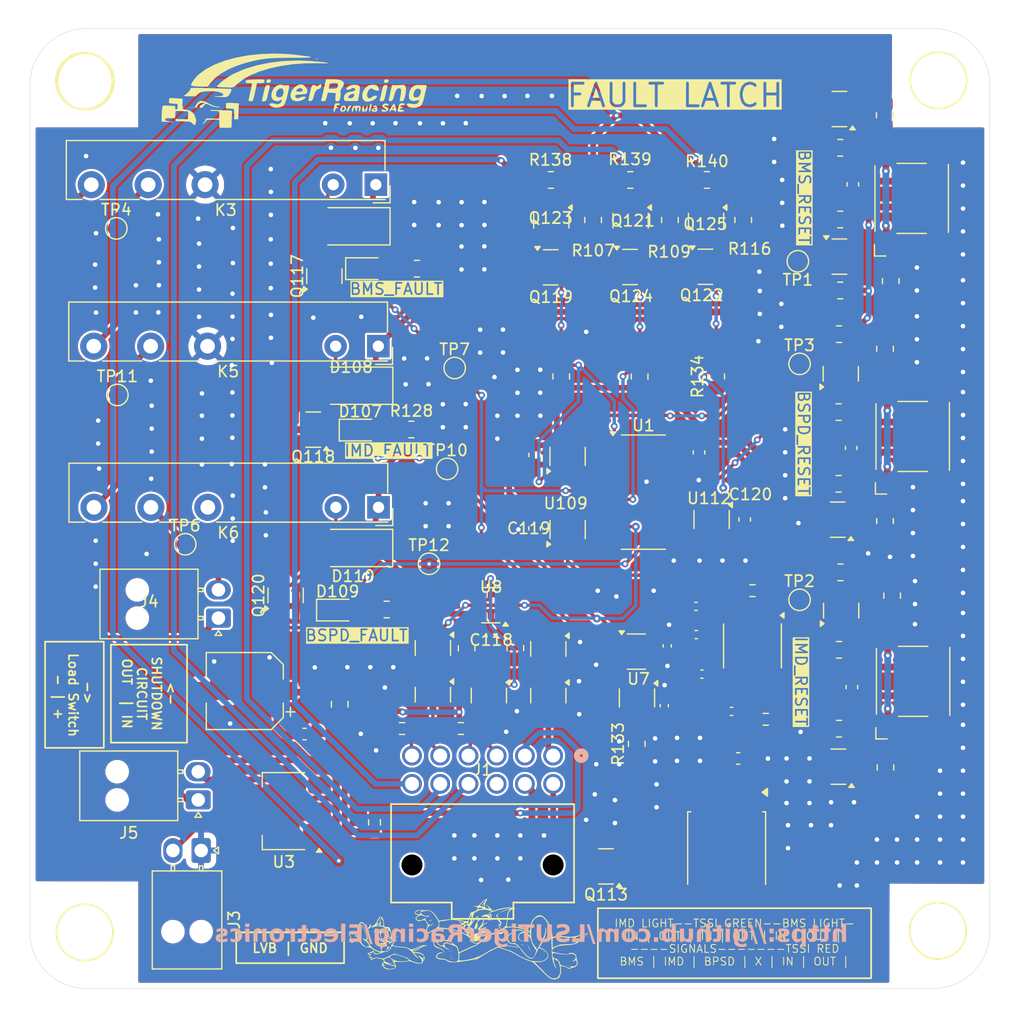
<source format=kicad_pcb>
(kicad_pcb (version 20241229) (generator "pcbnew") (generator_version "9.0")
  (layers (0 "F.Cu" signal) (2 "B.Cu" signal) (13 "F.Paste" user) (15 "B.Paste" user) (5 "F.SilkS" user "F.Silkscreen") (7 "B.SilkS" user "B.Silkscreen") (1 "F.Mask" user) (3 "B.Mask" user) (25 "Edge.Cuts" user))
  (net 0 "")
  (net 1 "Net-(Q101-C)")
  (net 2 "+12V")
  (net 3 "Net-(Q102-B)")
  (net 4 "Net-(Q103-C)")
  (net 5 "Net-(Q110-C)")
  (net 6 "Net-(Q111-B)")
  (net 7 "Net-(D104-A)")
  (net 8 "Net-(D102-A)")
  (net 9 "+5V")
  (net 10 "/NIMD_LV")
  (net 11 "GND")
  (net 12 "/NBPSD_LV")
  (net 13 "Net-(D107-A)")
  (net 14 "Net-(D108-A)")
  (net 15 "Net-(D109-A)")
  (net 16 "/NBMS_LV")
  (net 17 "Net-(Q101-B)")
  (net 18 "Net-(D109-K)")
  (net 19 "/IMD_SR")
  (net 20 "/NBMS_HV")
  (net 21 "Net-(Q104-B)")
  (net 22 "/NRESET_BMS")
  (net 23 "Net-(Q103-B)")
  (net 24 "/NRESET_IMD")
  (net 25 "Net-(D110-A)")
  (net 26 "/NRESET_BSPD")
  (net 27 "Net-(R101-Pad1)")
  (net 28 "Net-(K3-Pad11)")
  (net 29 "Net-(Q110-B)")
  (net 30 "Net-(U104-Pad4)")
  (net 31 "Net-(Q113-G)")
  (net 32 "Net-(R133-Pad2)")
  (net 33 "Net-(Q114-D)")
  (net 34 "/IMD_HV")
  (net 35 "/BSPD_HV")
  (net 36 "Net-(K5-Pad11)")
  (net 37 "Net-(R113-Pad1)")
  (net 38 "Net-(U118-CV)")
  (net 39 "/THRESH")
  (net 40 "/BMS_SR")
  (net 42 "/CLOCK")
  (net 44 "Net-(U112-Pad4)")
  (net 46 "Net-(Q105-D)")
  (net 49 "Net-(R122-Pad1)")
  (net 50 "Net-(U117-Pad4)")
  (net 51 "Net-(U1B-~{S})")
  (net 52 "/TSSI Green In")
  (net 53 "/IMD Light Out")
  (net 54 "/TSSI Green Out")
  (net 55 "/BMS Light In")
  (net 56 "/BMS Light Out")
  (net 57 "/IMD Light In")
  (net 58 "/Shutdown Circuit In")
  (net 59 "/Shutdown Circuit Out")
  (net 60 "Net-(Q112-G)")
  (net 62 "/TSSI Red Out")
  (net 63 "/LVB")
  (net 64 "/Load Switch -")
  (net 65 "/Load Switch +")
  (net 66 "Net-(Q119-G)")
  (net 67 "Net-(Q121-G)")
  (net 68 "Net-(Q122-G)")
  (footprint "TestPoint:TestPoint_Pad_D1.5mm" (layer "F.Cu") (at 104.622 91.772)
    (property "Reference" "TP12")
    (property "Value" "TestPoint_SR_BMS")
  )
  (footprint "Capacitor_SMD:C_0603_1608Metric_Pad1.08x0.95mm_HandSolder" (layer "F.Cu") (at 113.966 88.633 -90)
    (property "Reference" "C119")
    (property "Value" "100n")
  )
  (footprint "Resistor_SMD:R_0805_2012Metric_Pad1.20x1.40mm_HandSolder" (layer "F.Cu") (at 140.883 78.3395 180)
    (property "Reference" "R127" (hide yes))
    (property "Value" "100k")
  )
  (footprint "Resistor_SMD:R_0603_1608Metric" (layer "F.Cu") (at 107.4405 106.3611 180)
    (property "Reference" "R130" (hide yes))
    (property "Value" "270R" (hide yes))
  )
  (footprint "Resistor_SMD:R_0805_2012Metric_Pad1.20x1.40mm_HandSolder" (layer "F.Cu") (at 119.152 61.322 -90)
    (property "Reference" "R107")
    (property "Value" "1k")
  )
  (footprint "TestPoint:TestPoint_Pad_D1.5mm" (layer "F.Cu") (at 77.022 76.822)
    (property "Reference" "TP11")
    (property "Value" "TestPoint_IMD_Shutdown")
  )
  (footprint "LOGO" (layer "F.Cu") (at 84.432 51.37)
    (property "Reference" "G***" (hide yes))
    (property "Value" "LOGO" (hide yes))
  )
  (footprint "Resistor_SMD:R_0805_2012Metric_Pad1.20x1.40mm_HandSolder" (layer "F.Cu") (at 140.929 71.4365 180)
    (property "Reference" "R129" (hide yes))
    (property "Value" "1k")
  )
  (footprint "Resistor_SMD:R_0805_2012Metric_Pad1.20x1.40mm_HandSolder" (layer "F.Cu") (at 145.001 87.9915 90)
    (property "Reference" "R123" (hide yes))
    (property "Value" "10k")
  )
  (footprint "Package_TO_SOT_SMD:SOT-23-5" (layer "F.Cu") (at 110.0995 95.442 180)
    (property "Reference" "U8")
    (property "Value" "SN74AHC1G08DBVR")
  )
  (footprint "Capacitor_SMD:C_0402_1005Metric" (layer "F.Cu") (at 128.283 98.042 180)
    (property "Reference" "C107" (hide yes))
    (property "Value" "1u")
  )
  (footprint "Package_TO_SOT_SMD:SOT-23" (layer "F.Cu") (at 140.9615 64.5715)
    (property "Reference" "Q102" (hide yes))
    (property "Value" "Q_NPN_BEC" (hide yes))
  )
  (footprint "Resistor_SMD:R_0805_2012Metric_Pad1.20x1.40mm_HandSolder" (layer "F.Cu") (at 123.271 75.193 90)
    (property "Reference" "R126" (hide yes))
    (property "Value" "1k")
  )
  (footprint "TestPoint:TestPoint_Pad_D1.5mm" (layer "F.Cu") (at 137.282 64.982 180)
    (property "Reference" "TP1")
    (property "Value" "TestPoint_BMS" (hide yes))
  )
  (footprint "Package_TO_SOT_SMD:SOT-23" (layer "F.Cu") (at 129.152 61.3845 -90)
    (property "Reference" "Q125")
    (property "Value" "Q_NMOS_GSD")
  )
  (footprint "Package_TO_SOT_SMD:SOT-23" (layer "F.Cu") (at 104.9615 99.2266 -90)
    (property "Reference" "Q105" (hide yes))
    (property "Value" "Q_NMOS_GSD" (hide yes))
  )
  (footprint "LED_SMD:LED_0805_2012Metric_Pad1.15x1.40mm_HandSolder" (layer "F.Cu") (at 98.532 79.932)
    (property "Reference" "D107")
    (property "Value" "RED")
  )
  (footprint "Package_TO_SOT_SMD:TO-252-3_TabPin2" (layer "F.Cu") (at 130.977 117.046 -90)
    (property "Reference" "U2" (hide yes))
    (property "Value" "LM1117DT-5.0")
  )
  (footprint "Package_TO_SOT_SMD:SOT-23-5" (layer "F.Cu") (at 122.9815 99.5485)
    (property "Reference" "U117" (hide yes))
    (property "Value" "74AHC1G00" (hide yes))
  )
  (footprint "Capacitor_SMD:C_0402_1005Metric" (layer "F.Cu") (at 128.263 95.542 180)
    (property "Reference" "C108" (hide yes))
    (property "Value" "0.1u")
  )
  (footprint "Package_TO_SOT_SMD:SOT-23" (layer "F.Cu") (at 115.392 65.522)
    (property "Reference" "Q119")
    (property "Value" "Q_NMOS_GSD")
  )
  (footprint "Resistor_SMD:R_0603_1608Metric" (layer "F.Cu") (at 134.438 105.542)
    (property "Reference" "R132" (hide yes))
    (property "Value" "100k" (hide yes))
  )
  (footprint "Button_Switch_SMD:SW_SPST_Omron_B3FS-100xP" (layer "F.Cu") (at 147.49125 102.18325 90)
    (property "Reference" "SW102" (hide yes))
    (property "Value" "SW_Omron_B3FS" (hide yes))
  )
  (footprint "Capacitor_SMD:C_0402_1005Metric" (layer "F.Cu") (at 128.783 101.542 180)
    (property "Reference" "C109" (hide yes))
    (property "Value" ".01u")
  )
  (footprint "MountingHole:MountingHole_3.2mm_M3" (layer "F.Cu") (at 149.692 124.27)
    (property "Reference" "H101" (hide yes))
    (property "Value" "MountingHole" (hide yes))
  )
  (footprint "Package_SO:SOIC-16_3.9x9.9mm_P1.27mm" (layer "F.Cu") (at 123.606 85.428)
    (property "Reference" "U1")
    (property "Value" "74LS279")
  )
  (footprint "Button_Switch_SMD:SW_SPST_Omron_B3FS-100xP" (layer "F.Cu") (at 147.451 80.498 90)
    (property "Reference" "SW103" (hide yes))
    (property "Value" "SW_Omron_B3FS" (hide yes))
  )
  (footprint "Package_TO_SOT_SMD:SOT-23" (layer "F.Cu") (at 141.079 74.944 90)
    (property "Reference" "Q111" (hide yes))
    (property "Value" "Q_NPN_BEC" (hide yes))
  )
  (footprint "Connector_Molex:Molex_Nano-Fit_105313-xx02_1x02_P2.50mm_Horizontal" (layer "F.Cu") (at 85.972 96.582 180)
    (property "Reference" "J4")
    (property "Value" "1053131202")
  )
  (footprint "Package_TO_SOT_SMD:SOT-23" (layer "F.Cu") (at 129.0945 65.472)
    (property "Reference" "Q122")
    (property "Value" "Q_NMOS_GSD")
  )
  (footprint "LOGO" (layer "F.Cu") (at 107.298671 124.885844)
    (property "Reference" "G***" (hide yes))
    (property "Value" "LOGO" (hide yes))
  )
  (footprint "Capacitor_SMD:C_0603_1608Metric_Pad1.08x0.95mm_HandSolder" (layer "F.Cu") (at 131.992 109.011 180)
    (property "Reference" "C116" (hide yes))
    (property "Value" "100n")
  )
  (footprint "Diode_SMD:D_SMA" (layer "F.Cu") (at 97.6585 61.889 180)
    (property "Reference" "D104" (hide yes))
    (property "Value" "D_Schottky" (hide yes))
  )
  (footprint "Package_TO_SOT_SMD:SOT-23" (layer "F.Cu") (at 122.472 61.3845 -90)
    (property "Reference" "Q124")
    (property "Value" "Q_NMOS_GSD")
  )
  (footprint "TestPoint:TestPoint_Pad_D1.5mm" (layer "F.Cu") (at 76.932 62.072)
    (property "Reference" "TP4")
    (property "Value" "TestPoint_BMS_Shutdown" (hide yes))
  )
  (footprint "Package_TO_SOT_SMD:SOT-23-5" (layer "F.Cu") (at 123.0345 103.652 -90)
    (property "Reference" "U7")
    (property "Value" "SN74AHC1G08DBVR")
  )
  (footprint "Package_SO:SOIC-8_3.9x4.9mm_P1.27mm" (layer "F.Cu") (at 133.263 99.042 -90)
    (property "Reference" "U118" (hide yes))
    (property "Value" "LM555xM")
  )
  (footprint "Resistor_SMD:R_0603_1608Metric" (layer "F.Cu") (at 133.263 94.151)
    (property "Reference" "R131" (hide yes))
    (property "Value" "15k" (hide yes))
  )
  (footprint "Package_TO_SOT_SMD:SOT-23" (layer "F.Cu") (at 104.9615 103.3616 -90)
    (property "Reference" "Q106" (hide yes))
    (property "Value" "Q_NMOS_GSD" (hide yes))
  )
  (footprint "MountingHole:MountingHole_3.2mm_M3" (layer "F.Cu") (at 74.132 124.37)
    (property "Reference" "H102" (hide yes))
    (property "Value" "MountingHole" (hide yes))
  )
  (footprint "Resistor_SMD:R_0603_1608Metric" (layer "F.Cu") (at 99.792 114.672 90)
    (property "Reference" "R135" (hide yes))
    (property "Value" "510R")
  )
  (footprint "Resistor_SMD:R_0805_2012Metric_Pad1.20x1.40mm_HandSolder" (layer "F.Cu") (at 129.2295 57.782)
    (property "Reference" "R140")
    (property "Value" "10k")
  )
  (footprint "Package_TO_SOT_SMD:SOT-23" (layer "F.Cu") (at 141.11625 95.91225 90)
    (property "Reference" "Q104" (hide yes))
    (property "Value" "Q_NPN_BEC" (hide yes))
  )
  (footprint "Resistor_SMD:R_0805_2012Metric_Pad1.20x1.40mm_HandSolder" (layer "F.Cu") (at 112.2665 99.2351 90)
    (property "Reference" "R136" (hide yes))
    (property "Value" "10k")
  )
  (footprint "Package_TO_SOT_SMD:SOT-23" (layer "F.Cu") (at 109.9195 103.4401 -90)
    (property "Reference" "Q112" (hide yes))
    (property "Value" "Q_NMOS_GSD" (hide yes))
  )
  (footprint "Capacitor_SMD:C_0603_1608Metric_Pad1.08x0.95mm_HandSolder" (layer "F.Cu") (at 93.602 106.852)
    (property "Reference" "C115" (hide yes))
    (property "Value" "0.33u")
  )
  (footprint "Resistor_SMD:R_0805_2012Metric_Pad1.20x1.40mm_HandSolder" (layer "F.Cu") (at 141.0315 61.285 180)
    (property "Reference" "R110" (hide yes))
    (property "Value" "100k")
  )
  (footprint "Package_TO_SOT_SMD:SOT-23" (layer "F.Cu") (at 140.87475 109.73775 180)
    (property "Reference" "Q103" (hide yes))
    (property "Value" "Q_NPN_BEC" (hide yes))
  )
  (footprint "Resistor_SMD:R_0805_2012Metric_Pad1.20x1.40mm_HandSolder" (layer "F.Cu") (at 145.507 66.745 -90)
    (property "Reference" "R101" (hide yes))
    (property "Value" "100k")
  )
  (footprint "Capacitor_SMD:C_0402_1005Metric" (layer "F.Cu") (at 125.7095 99.0405 90)
    (property "Reference" "C110" (hide yes))
    (property "Value" "0.1u")
  )
  (footprint "Capacitor_SMD:C_0603_1608Metric_Pad1.08x0.95mm_HandSolder" (layer "F.Cu") (at 142.003 81.5145 90)
    (property "Reference" "C106" (hide yes))
    (property "Value" "10n")
  )
  (footprint "TestPoint:TestPoint_Pad_D1.5mm" (layer "F.Cu") (at 106.892 74.432)
    (property "Reference" "TP7")
    (property "Value" "TestPoint_SR_BMS" (hide yes))
  )
  (footprint "Resistor_SMD:R_0805_2012Metric_Pad1.20x1.40mm_HandSolder" (layer "F.Cu") (at 145.04125 109.80325 90)
    (property "Reference" "R114" (hide yes))
    (property "Value" "10k")
  )
  (footprint "TestPoint:TestPoint_Pad_D1.5mm" (layer "F.Cu") (at 137.432 74.072)
    (property "Reference" "TP3")
    (property "Value" "TestPoint_BSPD" (hide yes))
  )
  (footprint "Resistor_SMD:R_0805_2012Metric_Pad1.20x1.40mm_HandSolder" (layer "F.Cu") (at 116.328 75.187 90)
    (property "Reference" "R106" (hide yes))
    (property "Value" "1k")
  )
  (footprint "Capacitor_SMD:C_0603_1608Metric_Pad1.08x0.95mm_HandSolder" (layer "F.Cu") (at 142.06625 102.69175 90)
    (property "Reference" "C105" (hide yes))
    (property "Value" "10n")
  )
  (footprint "Package_TO_SOT_SMD:SOT-23-5" (layer "F.Cu") (at 116.891 82.262 90)
    (property "Reference" "U104" (hide yes))
    (property "Value" "74AHC1G00" (hide yes))
  )
  (footprint "Capacitor_SMD:C_0402_1005Metric" (layer "F.Cu") (at 110.102 98.182 90)
    (property "Reference" "C118")
    (property "Value" "0.1u")
  )
  (footprint "Package_TO_SOT_SMD:SOT-23" (layer "F.Cu") (at 115.4495 61.3845 -90)
    (property "Reference" "Q123")
    (property "Value" "Q_NMOS_GSD")
  )
  (footprint "Capacitor_SMD:C_0603_1608Metric_Pad1.08x0.95mm_HandSolder" (layer "F.Cu") (at 142.1515 58.173 -90)
    (property "Reference" "C101" (hide yes))
    (property "Value" "10n")
  )
  (footprint "Capacitor_SMD:C_0402_1005Metric" (layer "F.Cu") (at 131.407 104.845)
    (property "Reference" "C111" (hide yes))
    (property "Value" "22u" (hide yes))
  )
  (footprint "Package_TO_SOT_SMD:SOT-23" (layer "F.Cu") (at 94.3695 79.892 180)
    (property "Reference" "Q118")
    (property "Value" "Q_NMOS_GSD")
  )
  (footprint "Connector_Molex:Molex_Nano-Fit_105313-xx02_1x02_P2.50mm_Horizontal" (layer "F.Cu") (at 84.442 117.162 -90)
    (property "Reference" "J3")
    (property "Value" "1053131202")
  )
  (footprint "Package_TO_SOT_SMD:SOT-23-5" (layer "F.Cu") (at 116.896 88.743 90)
    (property "Reference" "U109")
    (property "Value" "74AHC1G00")
  )
  (footprint "Resistor_SMD:R_0805_2012Metric_Pad1.20x1.40mm_HandSolder" (layer "F.Cu") (at 141.0315 54.935 180)
    (property "Reference" "R108" (hide yes))
    (property "Value" "1k")
  )
  (footprint "LED_SMD:LED_0805_2012Metric_Pad1.15x1.40mm_HandSolder" (layer "F.Cu") (at 96.522 95.872)
    (property "Reference" "D109")
    (property "Value" "RED")
  )
  (footprint "Relay_THT:Relay_SPDT_Fujitsu_FTR-LYCA005x_FormC_Vertical" (layer "F.Cu") (at 100.1295 72.5045 180)
    (property "Reference" "K5")
    (property "Value" "Fujitsu_FTR-LYCA005x")
  )
  (footprint "TestPoint:TestPoint_Pad_D1.5mm" (layer "F.Cu") (at 106.222 83.372)
    (property "Reference" "TP10")
    (property "Value" "TestPoint_SR_BMS")
  )
  (footprint "Resistor_SMD:R_0805_2012Metric_Pad1.20x1.40mm_HandSolder" (layer "F.Cu") (at 103.545 65.6395)
    (property "Reference" "R117" (hide yes))
    (property "Value" "2k")
  )
  (footprint "Resistor_SMD:R_0805_2012Metric" (layer "F.Cu") (at 123.012 107.722 90)
    (property "Reference" "R133")
    (property "Value" "680")
  )
  (footprint "Capacitor_SMD:C_0805_2012Metric_Pad1.18x1.45mm_HandSolder" (layer "F.Cu") (at 96.712 104.212 -90)
    (property "Reference" "C114" (hide yes))
    (property "Value" "1u")
  )
  (footprint "Capacitor_SMD:C_0402_1005Metric" (layer "F.Cu") (at 125.45 104.3355 -90)
    (property "Reference" "C112" (hide yes))
    (property "Value" "0.1u")
  )
  (footprint "LOGO" (layer "F.Cu") (at 92.632 49.97)
    (property "Reference" "G***" (hide yes))
    (property "Value" "LOGO" (hide yes))
  )
  (footprint "Resistor_SMD:R_0805_2012Metric_Pad1.20x1.40mm_HandSolder" (layer "F.Cu") (at 145.001 72.733 90)
    (property "Reference" "R122" (hide yes))
    (property "Value" "100k")
  )
  (footprint "Package_TO_SOT_SMD:SOT-23" (layer "F.Cu") (at 122.4145 65.492)
    (property "Reference" "Q121")
    (property "Value" "Q_NMOS_GSD")
  )
  (footprint "Package_TO_SOT_SMD:SOT-23" (layer "F.Cu") (at 140.813 87.8645 180)
    (property "Reference" "Q110" (hide yes))
    (property "Value" "Q_NPN_BEC" (hide yes))
  )
  (footprint "Package_TO_SOT_SMD:SOT-23" (layer "F.Cu") (at 91.922 94.572 90)
    (property "Reference" "Q120")
    (property "Value" "Q_NMOS_GSD")
  )
  (footprint "Resistor_SMD:R_0805_2012Metric_Pad1.20x1.40mm_HandSolder" (layer "F.Cu") (at 144.975 52.0505 -90)
    (property "Reference" "R105" (hide yes))
    (property "Value" "10k")
  )
  (footprint "Resistor_SMD:R_0805_2012Metric_Pad1.20x1.40mm_HandSolder" (layer "F.Cu") (at 141.0315 67.571 180)
    (property "Reference" "R111" (hide yes))
    (property "Value" "1k")
  )
  (footprint "Resistor_SMD:R_0805_2012Metric_Pad1.20x1.40mm_HandSolder" (layer "F.Cu") (at 132.442 61.322 -90)
    (property "Reference" "R116")
    (property "Value" "1k")
  )
  (footprint "Package_TO_SOT_SMD:SOT-23" (layer "F.Cu") (at 140.9615 51.503 180)
    (property "Reference" "Q101" (hide yes))
    (property "Value" "Q_NPN_BEC" (hide yes))
  )
  (footprint "Capacitor_SMD:C_0603_1608Metric_Pad1.08x0.95mm_HandSolder" (layer "F.Cu") (at 132.576 87.8505 90)
    (property "Reference" "C120")
    (property "Value" "100n")
  )
  (footprint "TestPoint:TestPoint_Pad_D1.5mm" (layer "F.Cu") (at 83.032 90.042)
    (property "Reference" "TP6")
    (property "Value" "TestPoint_BSPD_Shutdown" (hide yes))
  )
  (footprint "Package_TO_SOT_SMD:SOT-223" (layer "F.Cu") (at 91.762 113.672 180)
    (property "Reference" "U3")
    (property "Value" "~")
  )
  (footprint "Resistor_SMD:R_0805_2012Metric_Pad1.20x1.40mm_HandSolder" (layer "F.Cu") (at 140.92325 99.38975 180)
    (property "Reference" "R119" (hide yes))
    (property "Value" "100k")
  )
  (footprint "Resistor_SMD:R_0805_2012Metric_Pad1.20x1.40mm_HandSolder" (layer "F.Cu") (at 141.05025 92.53175 180)
    (property "Reference" "R120" (hide yes))
    (property "Value" "1k")
  )
  (footprint "Diode_SMD:D_SMA" (layer "F.Cu") (at 97.8995 90.372 180)
    (property "Reference" "D110")
    (property "Value" "D_Schottky")
  )
  (footprint "Package_TO_SOT_SMD:SOT-23" (layer "F.Cu") (at 115.1875 99.3111 -90)
    (property "Reference" "Q114" (hide yes))
    (property "Value" "Q_NMOS_GSD" (hide yes))
  )
  (footprint "Package_TO_SOT_SMD:SOT-23" (layer "F.Cu") (at 95.352 66.2995 90)
    (property "Reference" "Q117")
    (property "Value" "Q_NMOS_GSD")
  )
  (footprint "Capacitor_SMD:C_0603_1608Metric_Pad1.08x0.95mm_HandSolder" (layer "F.Cu") (at 128.532 81.912 -90)
    (property "Reference" "C117" (hide yes))
    (property "Value" "100n")
  )
  (footprint "Resistor_SMD:R_0805_2012Metric_Pad1.20x1.40mm_HandSolder" (layer "F.Cu") (at 130.051 75.183 90)
    (property "Reference" "R134")
    (property "Value" "1k")
  )
  (footprint "Package_TO_SOT_SMD:SOT-23" (layer "F.Cu") (at 115.1875 103.4461 -90)
    (property "Reference" "Q115" (hide yes))
    (property "Value" "Q_NMOS_GSD" (hide yes))
  )
  (footprint "TestPoint:TestPoint_Pad_D1.5mm" (layer "F.Cu") (at 137.432 94.962)
    (property "Reference" "TP2")
    (property "Value" "TestPoint_IMD" (hide yes))
  )
  (footprint "Button_Switch_SMD:SW_SPST_Omron_B3FS-100xP" (layer "F.Cu") (at 147.36 59.4165 90)
    (property "Reference" "SW101" (hide yes))
    (property "Value" "SW_Omron_B3FS" (hide yes))
  )
  (footprint "MountingHole:MountingHole_3.2mm_M3" (layer "F.Cu") (at 149.732 48.97)
    (property "Reference" "H104" (hide yes))
    (property "Value" "MountingHole" (hide yes))
  )
  (footprint "Resistor_SMD:R_0805_2012Metric_Pad1.20x1.40mm_HandSolder" (layer "F.Cu") (at 140.883 84.6895 180)
    (property "Reference" "R124" (hide yes))
    (property "Value" "1k")
  )
  (footprint "Resistor_SMD:R_0805_2012Metric_Pad1.20x1.40mm_HandSolder" (layer "F.Cu") (at 107.9485 99.2491 90)
    (property "Reference" "R121" (hide yes))
    (property "Value" "10k")
  )
  (footprint "Capacitor_SMD:C_0603_1608Metric_Pad1.08x0.95mm_HandSolder" (layer "F.Cu") (at 113.97 82.135 -90)
    (property "Reference" "C102" (hide yes))
    (property "Value" "100n" (hide yes))
  )
  (footprint "Relay_THT:Relay_SPDT_Fujitsu_FTR-LYCA005x_FormC_Vertical" (layer "F.Cu") (at 100.1495 86.772 180)
    (property "Reference" "K6")
    (property "Value" "Fujitsu_FTR-LYCA005x")
  )
  (footprint "LED_SMD:LED_0805_2012Metric_Pad1.15x1.40mm_HandSolder" (layer "F.Cu") (at 99.1 65.6395)
    (property "Reference" "D102" (hide yes))
    (property "Value" "RED")
  )
  (footprint "Resistor_SMD:R_0805_2012Metric_Pad1.20x1.40mm_HandSolder" (layer "F.Cu") (at 103.062 79.882)
    (property "Reference" "R128")
    (property "Value" "2k")
  )
  (footprint "Package_TO_SOT_SMD:SOT-23" (layer "F.Cu") (at 120.292 118.57 180)
    (property "Reference" "Q113")
    (property "Value" "Q_NMOS_GSD" (hide yes))
  )
  (footprint "Relay_THT:Relay_SPDT_Fujitsu_FTR-LYCA005x_FormC_Vertical" (layer "F.Cu") (at 99.912 58.202 180)
    (property "Reference" "K3")
    (property "Value" "Fujitsu_FTR-LYCA005x")
  )
  (footprint "Package_TO_SOT_SMD:SOT-23-5" (layer "F.Cu") (at 129.646 87.8555 -90)
    (property "Reference" "U112")
    (property "Value" "74AHC1G00")
  )
  (footprint "Capacitor_SMD:CP_Elec_6.3x5.4" (layer "F.Cu") (at 88.305 103.041 180)
    (property "Reference" "C113" (hide yes))
    (property "Value" "47u")
  )
  (footprint "Resistor_SMD:R_0805_2012Metric_Pad1.20x1.40mm_HandSolder" (layer "F.Cu") (at 140.92325 106.37475 180)
    (property "Reference" "R115" (hide yes))
    (property "Value" "1k")
  )
  (footprint "Resistor_SMD:R_0805_2012Metric_Pad1.20x1.40mm_HandSolder" (layer "F.Cu") (at 122.442 57.782)
    (property "Reference" "R139")
    (property "Value" "10k")
  )
  (footprint "MountingHole:MountingHole_3.2mm_M3" (layer "F.Cu") (at 74.082 49.02)
    (property "Reference" "H103" (hide yes))
    (property "Value" "MountingHole" (hide yes))
  )
  (footprint "footprints:CONN_SD-105314-100_12_MOL" (layer "F.Cu") (at 115.6116 108.761902)
    (property "Reference" "J1")
    (property "Value" "1053141312")
  )
  (footprint "Resistor_SMD:R_0805_2012Metric_Pad1.20x1.40mm_HandSolder" (layer "F.Cu") (at 100.872 95.822)
    (property "Reference" "R137" (hide yes))
    (property "Value" "2k")
  )
  (footprint "Resistor_SMD:R_0805_2012Metric_Pad1.20x1.40mm_HandSolder" (layer "F.Cu") (at 125.952 61.322 -90)
    (property "Reference" "R109")
    (property "Value" "1k")
  )
  (footprint "Resistor_SMD:R_0805_2012Metric_Pad1.20x1.40mm_HandSolder" (layer "F.Cu") (at 115.4195 57.782)
    (property "Reference" "R138")
    (property "Value" "10k")
  )
  (footprint "Connector_Molex:Molex_Nano-Fit_105313-xx02_1x02_P2.50mm_Horizontal" (layer "F.Cu") (at 84.182 112.682 180)
    (property "Reference" "J5")
    (property "Value" "1053131202")
  )
  (footprint "Resistor_SMD:R_0805_2012Metric_Pad1.20x1.40mm_HandSolder" (layer "F.Cu") (at 145.632 94.595 90)
    (property "Reference" "R113" (hide yes))
    (property "Value" "100k")
  )
  (footprint "Diode_SMD:D_SMA" (layer "F.Cu") (at 97.9045 76.002 180)
    (property "Reference" "D108")
    (property "Value" "D_Schottky")
  )
  (footprint "Resistor_SMD:R_0603_1608Metric" (layer "F.Cu") (at 102.2335 106.3611)
    (property "Reference" "R112" (hide yes))
    (property "Value" "510R")
  )
  (gr_circle (center 149.682 124.27) (end 152.182 124.27) (stroke (width 0.1524)) (fill no) (layer "F.SilkS"))
  (gr_circle (center 74.222 49.072) (end 76.722 49.072) (stroke (width 0.1524)) (fill no) (layer "F.SilkS"))
  (gr_circle (center 149.732 48.97) (end 152.232 48.97) (stroke (width 0.1524)) (fill no) (layer "F.SilkS"))
  (gr_circle (center 74.132 124.42) (end 76.632 124.42) (stroke (width 0.1524)) (fill no) (layer "F.SilkS"))
  (gr_circle (center 74.082 49.02) (end 76.582 49.02) (stroke (width 0.1524)) (fill no) (layer "F.SilkS"))
  (gr_line (start 149.282 129.37) (end 74.282 129.37) (stroke (width 0.0381)) (layer "Edge.Cuts"))
  (gr_arc (start 149.282 44.37) (mid 152.817534 45.834466) (end 154.282 49.37) (stroke (width 0.0381)) (layer "Edge.Cuts"))
  (gr_line (start 154.282 124.37) (end 154.282 49.37) (stroke (width 0.0381)) (layer "Edge.Cuts"))
  (gr_line (start 74.282 44.37) (end 149.282 44.37) (stroke (width 0.0381)) (layer "Edge.Cuts"))
  (gr_arc (start 69.282 49.37) (mid 70.746466 45.834466) (end 74.282 44.37) (stroke (width 0.0381)) (layer "Edge.Cuts"))
  (gr_line (start 69.282 124.37) (end 69.282 49.37) (stroke (width 0.0381)) (layer "Edge.Cuts"))
  (gr_arc (start 154.282 124.37) (mid 152.817534 127.905534) (end 149.282 129.37) (stroke (width 0.0381)) (layer "Edge.Cuts"))
  (gr_arc (start 74.282 129.37) (mid 70.746466 127.905534) (end 69.282 124.37) (stroke (width 0.0381)) (layer "Edge.Cuts"))
  (gr_text "BSPD_RESET" (at 137.202 76.37 270) (layer "F.SilkS" knockout) (effects (font (size 1 1)) (justify left bottom)))
  (gr_text "IMD_RESET" (at 136.972 98.13 270) (layer "F.SilkS" knockout) (effects (font (size 1 1)) (justify left bottom)))
  (gr_text "BSPD_FAULT" (at 93.582 98.7 0) (layer "F.SilkS" knockout) (effects (font (size 1 1)) (justify left bottom)))
  (gr_text "FAULT LATCH\n" (at 116.672 51.472 0) (layer "F.SilkS" knockout) (effects (font (size 2 2) (thickness 0.25)) (justify left bottom)))
  (gr_text "BMS_RESET" (at 137.272 55.01 270) (layer "F.SilkS" knockout) (effects (font (size 1 1)) (justify left bottom)))
  (gr_text "IMD_FAULT" (at 97.032 82.33 0) (layer "F.SilkS" knockout) (effects (font (size 1 1)) (justify left bottom)))
  (gr_text "BMS_FAULT" (at 97.512 68.02 0) (layer "F.SilkS" knockout) (effects (font (size 1 1)) (justify left bottom)))
  (gr_text "https://github.com/LSUTigerRacing/Electronics" (at 85.632 125.51 0) (layer "B.SilkS") (effects (font (size 1.524 1.524) (thickness 0.3048) (bold yes)) (justify right bottom mirror)))
  (gr_text_box "    ->\nLoad Switch\n   - | +" (start 70.622 98.672) (end 75.822 108.072) (margins 1.0025 1.0025 1.0025 1.0025) (angle -90) (layer "F.SilkS") (effects (font (size 0.8128 0.8128) (thickness 0.1524) (bold yes)) (justify left top)) (border yes) (stroke (width 0.1524)))
  (gr_text_box "LVB | GND" (start 87.547 124.407) (end 97.097 127.142) (margins 1.0025 1.0025 1.0025 1.0025) (layer "F.SilkS") (effects (font (size 0.8128 0.8128) (thickness 0.1524) (bold yes)) (justify top)) (border yes) (stroke (width 0.1524)))
  (gr_text_box "IMD LIGHT--TSSI GREEN--BMS LIGHT-\nIN | OUT | IN | OUT | IN | OUT |\n----SIGNALS-------TSSI RED\nBMS | IMD | BPSD | X | IN | OUT |\n" (start 119.572 122.272) (end 143.772 128.472) (margins 1.0025 1.0025 1.0025 1.0025) (layer "F.SilkS") (effects (font (size 0.7 0.7) (thickness 0.08)) (justify top)) (border yes) (stroke (width 0.1524)))
  (gr_text_box "<-\nSHUTDOWN CIRCUIT\nOUT  | IN" (start 76.452 98.9345) (end 83.192 107.6095) (margins 1.0025 1.0025 1.0025 1.0025) (angle -90) (layer "F.SilkS") (effects (font (size 0.8128 0.8128) (thickness 0.1524) (bold yes)) (justify top)) (border yes) (stroke (width 0.1524)))
  (segment (start 142.1515 57.3105) (end 142.1515 57.055) (width 0.6) (layer "F.Cu") (net 1))
  (segment (start 142.1515 57.055) (end 140.0315 54.935) (width 0.6) (layer "F.Cu") (net 1))
  (segment (start 140.024 51.503) (end 140.024 54.9275) (width 0.6) (layer "F.Cu") (net 1))
  (segment (start 96.712 103.1745) (end 96.112 103.1745) (width 0.6) (layer "F.Cu") (net 2))
  (segment (start 132.442 56.492) (end 132.442 60.322) (width 0.5) (layer "F.Cu") (net 2))
  (segment (start 97.155 110.215) (end 95.332 108.392) (width 0.5) (layer "F.Cu") (net 2))
  (segment (start 121.222 52.072) (end 128.022 52.072) (width 0.5) (layer "F.Cu") (net 2))
  (segment (start 123.022 52.072) (end 125.952 55.002) (width 0.5) (layer "F.Cu") (net 2))
  (segment (start 99.8712 104.8238) (end 102.2088 104.8238) (width 0.5) (layer "F.Cu") (net 2))
  (segment (start 93.262 107.372) (end 93.2595 107.372) (width 0.5) (layer "F.Cu") (net 2))
  (segment (start 107.29 104.905) (end 107.29 105.6866) (width 0.5) (layer "F.Cu") (net 2))
  (segment (start 96.712 103.1745) (end 96.74 103.1465) (width 0.5) (layer "F.Cu") (net 2))
  (segment (start 119.152 54.142) (end 119.152 60.322) (width 0.5) (layer "F.Cu") (net 2))
  (segment (start 107.29 105.6866) (end 106.6155 106.3611) (width 0.5) (layer "F.Cu") (net 2))
  (segment (start 112.2665 100.2351) (end 107.9625 100.2351) (width 0.5) (layer "F.Cu") (net 2))
  (segment (start 97.155 115.497) (end 96.707 115.945) (width 0.6) (layer "F.Cu") (net 2))
  (segment (start 99.8712 104.8238) (end 101.4085 106.3611) (width 0.5) (layer "F.Cu") (net 2))
  (segment (start 128.022 52.072) (end 132.442 56.492) (width 0.5) (layer "F.Cu") (net 2))
  (segment (start 97.155 115.497) (end 97.155 110.215) (width 0.5) (layer "F.Cu") (net 2))
  (segment (start 96.112 103.1745) (end 96.084 103.1465) (width 0.6) (layer "F.Cu") (net 2))
  (segment (start 107.29 104.905) (end 107.29 100.9076) (width 0.5) (layer "F.Cu") (net 2))
  (segment (start 121.222 52.072) (end 119.152 54.142) (width 0.5) (layer "F.Cu") (net 2))
  (segment (start 91.105 106.1275) (end 91.105 103.041) (width 0.5) (layer "F.Cu") (net 2))
  (segment (start 95.332 108.392) (end 94.282 108.392) (width 0.5) (layer "F.Cu") (net 2))
  (segment (start 121.222 52.072) (end 123.022 52.072) (width 0.5) (layer "F.Cu") (net 2))
  (segment (start 92.7395 106.852) (end 91.8295 106.852) (width 0.5) (layer "F.Cu") (net 2))
  (segment (start 113.732 121.095) (end 114.632 121.995) (width 0.6) (layer "F.Cu") (net 2))
  (segment (start 96.74 103.1465) (end 98.1939 103.1465) (width 0.5) (layer "F.Cu") (net 2))
  (segment (start 91.8295 106.852) (end 91.105 106.1275) (width 0.5) (layer "F.Cu") (net 2))
  (segment (start 107.29 100.9076) (end 107.9485 100.2491) (width 0.5) (layer "F.Cu") (net 2))
  (segment (start 102.2088 104.8238) (end 102.29 104.905) (width 0.5) (layer "F.Cu") (net 2))
  (segment (start 93.2595 107.372) (end 92.7395 106.852) (width 0.5) (layer "F.Cu") (net 2))
  (segment (start 94.282 108.392) (end 93.262 107.372) (width 0.5) (layer "F.Cu") (net 2))
  (segment (start 99.792 115.497) (end 97.155 115.497) (width 0.6) (layer "F.Cu") (net 2))
  (segment (start 113.1116 111.261902) (end 113.732 111.882302) (width 0.6) (layer "F.Cu") (net 2))
  (segment (start 125.952 55.002) (end 125.952 60.322) (width 0.5) (layer "F.Cu") (net 2))
  (segment (start 98.1939 103.1465) (end 99.8712 104.8238) (width 0.5) (layer "F.Cu") (net 2))
  (segment (start 96.084 103.1465) (end 91.2105 103.1465) (width 0.6) (layer "F.Cu") (net 2))
  (segment (start 113.732 111.882302) (end 113.732 121.095) (width 0.6) (layer "F.Cu") (net 2))
  (via (at 107.29 104.905) (size 0.6) (drill 0.3) (layers "F.Cu" "B.Cu") (net 2))
  (via (at 96.622 118.072) (size 0.6) (drill 0.3) (layers "F.Cu" "B.Cu") (net 2))
  (via (at 121.222 52.072) (size 0.6) (drill 0.3) (layers "F.Cu" "B.Cu") (net 2))
  (via (at 102.29 104.905) (size 0.6) (drill 0.3) (layers "F.Cu" "B.Cu") (net 2))
  (segment (start 118.472 49.072) (end 85.872 49.072) (width 0.5) (layer "B.Cu") (net 2))
  (segment (start 77.147 57.797) (end 76.622 58.322) (width 0.5) (layer "B.Cu") (net 2))
  (segment (start 120.072 50.922) (end 120.072 50.672) (width 0.5) (layer "B.Cu") (net 2))
  (segment (start 85.872 49.072) (end 77.147 57.797) (width 0.5) (layer "B.Cu") (net 2))
  (segment (start 102.29 104.905) (end 107.29 104.905) (width 0.5) (layer "B.Cu") (net 2))
  (segment (start 121.222 52.072) (end 120.072 50.922) (width 0.5) (layer "B.Cu") (net 2))
  (segment (start 120.072 50.672) (end 118.472 49.072) (width 0.5) (layer "B.Cu") (net 2))
  (segment (start 76.622 58.322) (end 76.622 98.072) (width 0.5) (layer "B.Cu") (net 2))
  (segment (start 77.147 57.797) (end 76.972 57.972) (width 0.5) (layer "B.Cu") (net 2))
  (segment (start 76.622 98.072) (end 96.622 118.072) (width 0.5) (layer "B.Cu") (net 2))
  (segment (start 140.024 63.6215) (end 140.024 61.2925) (width 0.6) (layer "F.Cu") (net 3))
  (segment (start 140.0315 61.1555) (end 142.1515 59.0355) (width 0.6) (layer "F.Cu") (net 3))
  (segment (start 139.92325 106.37475) (end 142.06625 104.23175) (width 0.3) (layer "F.Cu") (net 4))
  (segment (start 139.93725 109.73775) (end 139.93725 106.38875) (width 0.3) (layer "F.Cu") (net 4))
  (segment (start 142.06625 104.23175) (end 142.06625 103.55425) (width 0.3) (layer "F.Cu") (net 4))
  (segment (start 139.8755 87.8645) (end 139.8755 84.697) (width 0.6) (layer "F.Cu") (net 5))
  (segment (start 139.883 84.497) (end 142.003 82.377) (width 0.6) (layer "F.Cu") (net 5))
  (segment (start 140.129 75.8815) (end 140.129 78.0935) (width 0.6) (layer "F.Cu") (net 6))
  (segment (start 142.003 80.4595) (end 139.883 78.3395) (width 0.6) (layer "F.Cu") (net 6))
  (segment (start 95.6585 58.6755) (end 96.132 58.202) (width 0.3) (layer "F.Cu") (net 7))
  (segment (start 95.6585 61.889) (end 95.6585 58.6755) (width 0.3) (layer "F.Cu") (net 7))
  (segment (start 95.352 65.362) (end 95.352 62.1955) (width 0.3) (layer "F.Cu") (net 7))
  (segment (start 95.352 62.1955) (end 95.6585 61.889) (width 0.3) (layer "F.Cu") (net 7))
  (segment (start 102.545 65.6395) (end 100.125 65.6395) (width 0.5) (layer "F.Cu") (net 8))
  (segment (start 130.977 112.006) (end 130.977 109.543) (width 0.6) (layer "F.Cu") (net 9))
  (segment (start 144.35225 103.45375) (end 147.01175 103.45375) (width 0.6) (layer "F.Cu") (net 9))
  (segment (start 126.301 77.263075) (end 126.301 76.171) (width 0.5) (layer "F.Cu") (net 9))
  (segment (start 111.722 85.5265) (end 111.722 83.5205) (width 0.5) (layer "F.Cu") (net 9))
  (segment (start 123.265 76.187) (end 123.271 76.193) (width 0.5) (layer "F.Cu") (net 9))
  (segment (start 99.6585 58.4555) (end 99.912 58.202) (width 0.5) (layer "F.Cu") (net 9))
  (segment (start 143.423 78.3395) (end 144.312 79.2285) (width 0.6) (layer "F.Cu") (net 9))
  (segment (start 127.89725 100.21525) (end 127.294 100.8185) (width 0.6) (layer "F.Cu") (net 9))
  (segment (start 141.92325 99.38975) (end 143.44725 100.91375) (width 0.6) (layer "F.Cu") (net 9))
  (segment (start 130.612 106.7875) (end 134.0175 106.7875) (width 0.6) (layer "F.Cu") (net 9))
  (segment (start 130.977 109.543) (end 130.977 109.1635) (width 0.6) (layer "F.Cu") (net 9))
  (segment (start 147.134 57.8925) (end 149.61 55.4165) (width 0.6) (layer "F.Cu") (net 9))
  (segment (start 141.883 78.3395) (end 143.423 78.3395) (width 0.6) (layer "F.Cu") (net 9))
  (segment (start 147.01075 100.91375) (end 149.74125 98.18325) (width 0.6) (layer "F.Cu") (net 9))
  (segment (start 100.1495 86.772) (end 100.1495 83.7945) (width 0.5) (layer "F.Cu") (net 9))
  (segment (start 99.9045 72.7295) (end 100.1295 72.5045) (width 0.5) (layer "F.Cu") (net 9))
  (segment (start 134.0175 106.7875) (end 135.263 105.542) (width 0.6) (layer "F.Cu") (net 9))
  (segment (start 126.2015 81.0925) (end 126.101 80.992) (width 0.6) (layer "F.Cu") (net 9))
  (segment (start 131.368 98.792) (end 130.468 99.692) (width 0.6) (layer "F.Cu") (net 9))
  (segment (start 131.011575 81.0495) (end 130.087425 81.0495) (width 0.5) (layer "F.Cu") (net 9))
  (segment (start 130.468 99.692) (end 129.868 99.692) (width 0.6) (layer "F.Cu") (net 9))
  (segment (start 124.842 74.627) (end 124.3715 75.0975) (width 0.6) (layer "F.Cu") (net 9))
  (segment (start 100.7945 61.889) (end 104.545 65.6395) (width 0.5) (layer "F.Cu") (net 9))
  (segment (start 99.6585 61.889) (end 99.6585 58.4555) (width 0.5) (layer "F.Cu") (net 9))
  (segment (start 125.424 104.7895) (end 125.45 104.8155) (width 0.3) (layer "F.Cu") (net 9))
  (segment (start 110.102 97.532) (end 108.962 96.392) (width 0.5) (layer "F.Cu") (net 9))
  (segment (start 143.55 60.1785) (end 146.372 60.1785) (width 0.6) (layer "F.Cu") (net 9))
  (segment (start 99.8995 90.372) (end 99.8995 87.022) (width 0.5) (layer "F.Cu") (net 9))
  (segment (start 125.948 104.8155) (end 125.45 104.8155) (width 0.5) (layer "F.Cu") (net 9))
  (segment (start 126.301 76.171) (end 128.144 76.171) (width 0.3) (layer "F.Cu") (net 9))
  (segment (start 100.1295 72.5045) (end 104.545 68.089) (width 0.5) (layer "F.Cu") (net 9))
  (segment (start 147.0985 81.8955) (end 149.701 84.498) (width 0.6) (layer "F.Cu") (net 9))
  (segment (start 132.576 88.713) (end 135.005 91.142) (width 0.5) (layer "F.Cu") (net 9))
  (segment (start 102.924 78.7125) (end 102.615 78.7125) (width 0.5) (layer "F.Cu") (net 9))
  (segment (start 115.941 87.6015) (end 114.1235 87.6015) (width 0.6) (layer "F.Cu") (net 9))
  (segment (start 132.081 74.119) (end 130.013 76.187) (width 0.6) (layer "F.Cu") (net 9))
  (segment (start 110.102 97.702) (end 110.102 97.532) (width 0.5) (layer "F.Cu") (net 9))
  (segment (start 129.868 99.692) (end 128.763 98.587) (width 0.6) (layer "F.Cu") (net 9))
  (segment (start 130.977 118.306) (end 139.336792 118.306) (width 0.5) (layer "F.Cu") (net 9))
  (segment (start 149.74125 106.18325) (end 149.74125 55.54775) (width 0.6) (layer "F.Cu") (net 9))
  (segment (start 128.514 81.0925) (end 126.2015 81.0925) (width 0.6) (layer "F.Cu") (net 9))
  (segment (start 140.6605 91.142) (end 142.05025 92.53175) (width 0.5) (layer "F.Cu") (net 9))
  (segment (start 142.0315 61.285) (end 143.138 60.1785) (width 0.6) (layer "F.Cu") (net 9))
  (segment (start 135.005 91.142) (end 135.005 84.185) (width 0.5) (layer "F.Cu") (net 9))
  (segment (start 115.793 81.2725) (end 115.941 81.1245) (width 0.5) (layer "F.Cu") (net 9))
  (segment (start 127.294 103.4695) (end 130.612 106.7875) (width 0.6) (layer "F.Cu") (net 9))
  (segment (start 142.0315 67.571) (end 143.513 67.571) (width 0.5) (layer "F.Cu") (net 9))
  (segment (start 131.358 96.567) (end 130.333 95.542) (width 0.6) (layer "F.Cu") (net 9))
  (segment (start 123.9845 104.7895) (end 125.424 104.7895) (width 0.3) (layer "F.Cu") (net 9))
  (segment (start 100.1495 83.7945) (end 104.062 79.882) (width 0.5) (layer "F.Cu") (net 9))
  (segment (start 141.92325 105.88275) (end 144.35225 103.45375) (width 0.6) (layer "F.Cu") (net 9))
  (segment (start 143.46325 100.89775) (end 143.44725 100.91375) (width 0.6) (layer "F.Cu") (net 9))
  (segment (start 130.612 107.04) (end 131.1295 107.5575) (width 0.5) (layer "F.Cu") (net 9))
  (segment (start 128.763 98.587) (end 128.763 98.042) (width 0.6) (layer "F.Cu") (net 9))
  (segment (start 130.087425 81.0495) (end 126.301 77.263075) (width 0.5) (layer "F.Cu") (net 9))
  (segment (start 144.3965 57.8925) (end 147.134 57.8925) (width 0.6) (layer "F.Cu") (net 9))
  (segment (start 139.336792 118.306) (end 149.74125 107.901542) (width 0.5) (layer "F.Cu") (net 9))
  (segment (start 131.358 98.782) (end 131.368 98.792) (width 0.6) (layer "F.Cu") (net 9))
  (segment (start 142.0315 55.5275) (end 144.3965 57.8925) (width 0.6) (layer "F.Cu") (net 9))
  (segment (start 128.4205 99.692) (end 127.89725 100.21525) (width 0.6) (layer "F.Cu") (net 9))
  (segment (start 144.677 81.8955) (end 147.0985 81.8955) (width 0.6) (layer "F.Cu") (net 9))
  (segment (start 143.513 67.571) (end 143.55 67.608) (width 0.5) (layer "F.Cu") (net 9))
  (segment (start 124.842 69.472) (end 124.842 74.627) (width 0.6) (layer "F.Cu") (net 9))
  (segment (start 143.44725 100.91375) (end 147.01075 100.91375) (width 0.6) (layer "F.Cu") (net 9))
  (segment (start 141.929 71.4365) (end 143.423 72.9305) (width 0.6) (layer "F.Cu") (net 9))
  (segment (start 132.081 69.472) (end 132.081 74.119) (width 0.6) (layer "F.Cu") (net 9))
  (segment (start 146.372 60.1785) (end 149.61 63.4165) (width 0.6) (layer "F.Cu") (net 9))
  (segment (start 132.303 88.9875) (end 132.578 88.7125) (width 0.5) (layer "F.Cu") (net 9))
  (segment (start 131.8695 81.0495) (end 131.011575 81.0495) (width 0.5) (layer "F.Cu") (net 9))
  (segment (start 99.6585 61.889) (end 100.7945 61.889) (width 0.5) (layer "F.Cu") (net 9))
  (segment (start 131.358 96.567) (end 131.358 98.782) (width 0.6) (layer "F.Cu") (net 9))
  (segment (start 111.722 83.5205) (end 113.97 81.2725) (width 0.5) (layer "F.Cu") (net 9))
  (segment (start 108.763 96.193) (end 108.962 96.392) (width 0.5) (layer "F.Cu") (net 9))
  (segment (start 142.0075 71.4365) (end 143.423 70.021) (width 0.5) (layer "F.Cu") (net 9))
  (segment (start 104.545 68.089) (end 104.545 65.6395) (width 0.5) (layer "F.Cu") (net 9))
  (segment (start 127.294 103.4695) (end 125.948 104.8155) (width 0.5) (layer "F.Cu") (net 9))
  (segment (start 135.168 101.517) (end 135.168 105.447) (width 0.6) (layer "F.Cu") (net 9))
  (segment (start 101.872 95.822) (end 101.872 92.3445) (width 0.5) (layer "F.Cu") (net 9))
  (segment (start 102.243 96.193) (end 108.763 96.193) (width 0.5) (layer "F.Cu") (net 9))
  (segment (start 116.328 76.187) (end 123.265 76.187) (width 0.5) (layer "F.Cu") (net 9))
  (segment (start 126.2805 98.5985) (end 127.89725 100.21525) (width 0.5) (layer "F.Cu") (net 9))
  (segment (start 130.977 112.006) (end 130.977 115.106) (width 0.6) (layer "F.Cu") (net 9))
  (segment (start 127.294 100.8185) (end 127.294 103.4695) (width 0.6) (layer "F.Cu") (net 9))
  (segment (start 135.005 91.142) (end 140.6605 91.142) (width 0.5) (layer "F.Cu") (net 9))
  (segment (start 143.423 72.9305) (end 143.423 78.3395) (width 0.6) (layer "F.Cu") (net 9))
  (segment (start 142.05025 92.53175) (end 143.46325 93.94475) (width 0.6) (layer "F.Cu") (net 9))
  (segment (start 131.011575 81.0495) (end 128.532 81.0495) (width 0.5) (layer "F.Cu") (net 9))
  (segment (start 130.333 95.542) (end 128.743 95.542) (width 0.6) (layer "F.Cu") (net 9))
  (segment (start 101.872 92.3445) (end 99.8995 90.372) (width 0.5) (layer "F.Cu") (net 9))
  (segment (start 100.1495 86.772) (end 99.8995 87.022) (width 0.5) (layer "F.Cu") (net 9))
  (segment (start 129.868 99.692) (end 128.4205 99.692) (width 0.6) (layer "F.Cu") (net 9))
  (segment (start 113.97 81.2725) (end 115.793 81.2725) (width 0.5) (layer "F.Cu") (net 9))
  (segment (start 124.842 69.472) (end 132.081 69.472) (width 0.6) (layer "F.Cu") (net 9))
  (segment (start 141.883 84.6895) (end 144.677 81.8955) (width 0.6) (layer "F.Cu") (net 9))
  (segment (start 128.144 76.171) (end 128.16 76.187) (width 0.3) (layer "F.Cu") (net 9))
  (segment (start 102.615 78.7125) (end 99.9045 76.002) (width 0.5) (layer "F.Cu") (net 9))
  (segment (start 101.872 95.822) (end 102.243 96.193) (width 0.5) (layer "F.Cu") (net 9))
  (segment (start 128.16 76.187) (end 130.049 76.187) (width 0.3) (layer "F.Cu") (net 9))
  (segment (start 131.1295 107.5575) (end 131.1295 109.011) (width 0.5) (layer "F.Cu") (net 9))
  (segment (start 130.607 88.9875) (end 132.303 88.9875) (width 0.5) (layer "F.Cu") (net 9))
  (segment (start 130.977 118.306) (end 130.977 112.006) (width 0.6) (layer "F.Cu") (net 9))
  (segment (start 99.9045 76.002) (end 99.9045 72.7295) (width 0.5) (layer "F.Cu") (net 9))
  (segment (start 149.74125 107.901542) (end 149.74125 106.18325) (width 0.5) (layer "F.Cu") (net 9))
  (segment (start 143.138 60.1785) (end 143.55 60.1785) (width 0.6) (layer "F.Cu") (net 9))
  (segment (start 102.924 78.7125) (end 104.075 79.8635) (width 0.5) (layer "F.Cu") (net 9))
  (segment (start 130.612 106.7875) (end 130.612 107.04) (width 0.5) (layer "F.Cu") (net 9))
  (segment (start 146.9705 79.2285) (end 149.701 76.498) (width 0.6) (layer "F.Cu") (net 9))
  (segment (start 124.119 98.5985) (end 126.2805 98.5985) (width 0.5) (layer "F.Cu") (net 9))
  (segment (start 105.928 69.472) (end 104.545 68.089) (width 0.5) (layer "F.Cu") (net 9))
  (segment (start 143.55 61.766) (end 143.55 60.1785) (width 0.5) (layer "F.Cu") (net 9))
  (segment (start 135.005 84.185) (end 131.8695 81.0495) (width 0.5) (layer "F.Cu") (net 9))
  (segment (start 143.46325 93.94475) (end 143.46325 100.89775) (width 0.6) (layer "F.Cu") (net 9))
  (segment (start 142.0315 54.935) (end 142.0315 55.5275) (width 0.6) (layer "F.Cu") (net 9))
  (segment (start 116.328 76.187) (end 115.941 76.574) (width 0.5) (layer "F.Cu") (net 9))
  (segment (start 113.966 87.7705) (end 111.722 85.5265) (width 0.5) (layer "F.Cu") (net 9))
  (segment (start 144.312 79.2285) (end 146.9705 79.2285) (width 0.6) (layer "F.Cu") (net 9))
  (segment (start 147.01175 103.45375) (end 149.74125 106.18325) (width 0.6) (layer "F.Cu") (net 9))
  (segment (start 124.3715 75.0975) (end 123.282 76.187) (width 0.6) (layer "F.Cu") (net 9))
  (segment (start 115.941 76.574) (end 115.941 81.1245) (width 0.5) (layer "F.Cu") (net 9))
  (segment (start 141.92325 106.37475) (end 141.92325 105.88275) (width 0.6) (layer "F.Cu") (net 9))
  (segment (start 124.842 69.472) (end 105.928 69.472) (width 0.5) (layer "F.Cu") (net 9))
  (via (at 143.55 61.766) (size 0.6) (drill 0.3) (layers "F.Cu" "B.Cu") (net 9))
  (via (at 143.55 67.608) (size 0.6) (drill 0.3) (layers "F.Cu" "B.Cu") (net 9))
  (via (at 143.423 70.021) (size 0.6) (drill 0.3) (layers "F.Cu" "B.Cu") (net 9))
  (segment (start 143.55 67.608) (end 143.55 61.766) (width 0.5) (layer "B.Cu") (net 9))
  (segment (start 143.55 69.894) (end 143.55 67.608) (width 0.5) (layer "B.Cu") (net 9))
  (segment (start 143.423 70.021) (end 143.55 69.894) (width 0.5) (layer "B.Cu") (net 9))
  (segment (start 122.794 74.187) (end 121.794 75.187) (width 0.3) (layer "F.Cu") (net 10))
  (segment (start 123.322 65.517) (end 123.337 65.502) (width 0.3) (layer "F.Cu") (net 10))
  (segment (start 123.322 68.172) (end 123.322 65.517) (width 0.3) (layer "F.Cu") (net 10))
  (segment (start 116.957 88.435322) (end 116.957 87.110322) (width 0.3) (layer "F.Cu") (net 10))
  (segment (start 123.287 71.895) (end 123.287 74.182) (width 0.3) (layer "F.Cu") (net 10))
  (segment (start 115.941 89.451322) (end 116.957 88.435322) (width 0.3) (layer "F.Cu") (net 10))
  (segment (start 117.995322 86.072) (end 121.151 86.072) (width 0.3) (layer "F.Cu") (net 10))
  (segment (start 122.672 86.072) (end 121.151 86.072) (width 0.3) (layer "F.Cu") (net 10))
  (segment (start 123.287 70.787) (end 123.292 70.782) (width 0.3) (layer "F.Cu") (net 10))
  (segment (start 123.287 71.895) (end 123.287 70.787) (width 0.3) (layer "F.Cu") (net 10))
  (segment (start 116.957 87.110322) (end 117.995322 86.072) (width 0.3) (layer "F.Cu") (net 10))
  (via (at 123.292 70.782) (size 0.6) (drill 0.3) (layers "F.Cu" "B.Cu") (net 10))
  (via (at 122.672 86.072) (size 0.6) (drill 0.3) (layers "F.Cu" "B.Cu") (net 10))
  (via (at 121.794 75.187) (size 0.6) (drill 0.3) (layers "F.Cu" "B.Cu") (net 10))
  (via (at 123.322 68.172) (size 0.6) (drill 0.3) (layers "F.Cu" "B.Cu") (net 10))
  (segment (start 122.692 78.042) (end 122.692 86.052) (width 0.3) (layer "B.Cu") (net 10))
  (segment (start 123.292 68.202) (end 123.322 68.172) (width 0.3) (layer "B.Cu") (net 10))
  (segment (start 122.692 86.052) (end 122.672 86.072) (width 0.3) (layer "B.Cu") (net 10))
  (segment (start 123.292 70.782) (end 123.292 68.202) (width 0.3) (layer "B.Cu") (net 10))
  (segment (start 121.794 77.144) (end 122.692 78.042) (width 0.3) (layer "B.Cu") (net 10))
  (segment (start 121.794 75.187) (end 121.794 77.144) (width 0.3) (layer "B.Cu") (net 10))
  (via (at 151.906 60.312) (size 0.9) (drill 0.4) (layers "F.Cu" "B.Cu") (net 11))
  (via (at 87.252 65.14) (size 0.9) (drill 0.4) (layers "F.Cu" "B.Cu") (net 11))
  (via (at 90.702 73.978) (size 0.9) (drill 0.4) (layers "F.Cu" "B.Cu") (net 11))
  (via (at 138.312 112.96) (size 0.9) (drill 0.4) (layers "F.Cu" "B.Cu") (net 11))
  (via (at 105.472 59.752) (size 0.9) (drill 0.4) (layers "F.Cu" "B.Cu") (net 11))
  (via (at 75.402 83.338) (size 0.9) (drill 0.4) (layers "F.Cu" "B.Cu") (net 11))
  (via (at 147.652 97.118) (size 0.9) (drill 0.4) (layers "F.Cu" "B.Cu") (net 11))
  (via (at 147.842 116.192) (size 0.9) (drill 0.4) (layers "F.Cu" "B.Cu") (net 11))
  (via (at 87.208 78.636) (size 0.9) (drill 0.4) (layers "F.Cu" "B.Cu") (net 11))
  (via (at 137.332 88.17) (size 0.9) (drill 0.4) (layers "F.Cu" "B.Cu") (net 11))
  (via (at 111.314 50.354) (size 0.9) (drill 0.4) (layers "F.Cu" "B.Cu") (net 11))
  (via (at 121.085 112.699) (size 0.9) (drill 0.4) (layers "F.Cu" "B.Cu") (net 11))
  (via (at 147.652 93.308) (size 0.9) (drill 0.4) (layers "F.Cu" "B.Cu") (net 11))
  (via (at 84.513 76.689) (size 0.9) (drill 0.4) (layers "F.Cu" "B.Cu") (net 11))
  (via (at 114.802 115.83) (size 0.9) (drill 0.4) (layers "F.Cu" "B.Cu") (net 11))
  (via (at 110.672 115.828) (size 0.9) (drill 0.4) (layers "F.Cu" "B.Cu") (net 11))
  (via (at 90.622 69.73) (size 0.9) (drill 0.4) (layers "F.Cu" "B.Cu") (net 11))
  (via (at 135.817 68.757) (size 0.9) (drill 0.4) (layers "F.Cu" "B.Cu") (net 11))
  (via (at 121.085 114.731) (size 0.9) (drill 0.4) (layers "F.Cu" "B.Cu") (net 11))
  (via (at 75.102 91.764) (size 0.9) (drill 0.4) (layers "F.Cu" "B.Cu") (net 11))
  (via (at 126.582 107.19) (size 0.9) (drill 0.4) (layers "F.Cu" "B.Cu") (net 11))
  (via (at 149.874 110.096) (size 0.9) (drill 0.4) (layers "F.Cu" "B.Cu") (net 11))
  (via (at 87.214 71.86) (size 0.9) (drill 0.4) (layers "F.Cu" "B.Cu") (net 11))
  (via (at 128.578 91.49) (size 0.9) (drill 0.4) (layers "F.Cu" "B.Cu") (net 11))
  (via (at 147.822 67.574) (size 0.9) (drill 0.4) (layers "F.Cu" "B.Cu") (net 11))
  (via (at 136.158 81.902) (size 0.9) (drill 0.4) (layers "F.Cu" "B.Cu") (net 11))
  (via (at 108.64 115.828) (size 0.9) (drill 0.4) (layers "F.Cu" "B.Cu") (net 11))
  (via (at 142.508 120.256) (size 0.9) (drill 0.4) (layers "F.Cu" "B.Cu") (net 11))
  (via (at 110.671 80.695) (size 0.9) (drill 0.4) (layers "F.Cu" "B.Cu") (net 11))
  (via (at 90.605 56.819) (size 0.9) (drill 0.4) (layers "F.Cu" "B.Cu") (net 11))
  (via (at 109.52 65.697) (size 0.9) (drill 0.4) (layers "F.Cu" "B.Cu") (net 11))
  (via (at 110.671 78.663) (size 0.9) (drill 0.4) (layers "F.Cu" "B.Cu") (net 11))
  (via (at 118.532 114.445) (size 0.9) (drill 0.4) (layers "F.Cu" "B.Cu") (net 11))
  (via (at 125.482 102.52) (size 0.9) (drill 0.4) (layers "F.Cu" "B.Cu") (net 11))
  (via (at 151.906 112.128) (size 0.9) (drill 0.4) (layers "F.Cu" "B.Cu") (net 11))
  (via (at 112.449 76.631) (size 0.9) (drill 0.4) (layers "F.Cu" "B.Cu") (net 11))
  (via (at 111.457 106.645) (size 0.9) (drill 0.4) (layers "F.Cu" "B.Cu") (net 11))
  (via (at 75.052 65.28) (size 0.9) (drill 0.4) (layers "F.Cu" "B.Cu") (net 11))
  (via (at 100.132 54.942) (size 0.9) (drill 0.4) (layers "F.Cu" "B.Cu") (net 11))
  (via (at 80.699 63.042) (size 0.9) (drill 0.4) (layers "F.Cu" "B.Cu") (net 11))
  (via (at 118.541 71.231) (size 0.9) (drill 0.4) (layers "F.Cu" "B.Cu") (net 11))
  (via (at 90.172 89.25) (size 0.9) (drill 0.4) (layers "F.Cu" "B.Cu") (net 11))
  (via (at 80.651 69.508) (size 0.9) (drill 0.4) (layers "F.Cu" "B.Cu") (net 11))
  (via (at 112.449 74.599) (size 0.9) (drill 0.4) (layers "F.Cu" "B.Cu") (net 11))
  (via (at 102.551 75.881) (size 0.9) (drill 0.4) (layers "F.Cu" "B.Cu") (net 11))
  (via (at 109.147 73.075) (size 0.9) (drill 0.4) (layers "F.Cu" "B.Cu") (net 11))
  (via (at 151.906 74.79) (size 0.9) (drill 0.4) (layers "F.Cu" "B.Cu") (net 11))
  (via (at 84.509 80.695) (size 0.9) (drill 0.4) (layers "F.Cu" "B.Cu") (net 11))
  (via (at 146.064 118.224) (size 0.9) (drill 0.4) (layers "F.Cu" "B.Cu") (net 11))
  (via (at 140.222 114.922) (size 0.9) (drill 0.4) (layers "F.Cu" "B.Cu") (net 11))
  (via (at 135.904 61.836) (size 0.9) (drill 0.4) (layers "F.Cu" "B.Cu") (net 11))
  (via (at 115.497 50.342) (size 0.9) (drill 0.4) (layers "F.Cu" "B.Cu") (net 11))
  (via (at 101.454 100.93) (size 0.9) (drill 0.4) (layers "F.Cu" "B.Cu") (net 11))
  (via (at 80.064 77.774) (size 0.9) (drill 0.4) (layers "F.Cu" "B.Cu") (net 11))
  (via (at 99.422 100.93) (size 0.9) (drill 0.4) (layers "F.Cu" "B.Cu") (net 11))
  (via (at 94.502 100.95) (size 0.9) (drill 0.4) (layers "F.Cu" "B.Cu") (net 11))
  (via (at 126.292 91.49) (size 0.9) (drill 0.4) (layers "F.Cu" "B.Cu") (net 11))
  (via (at 151.906 70.726) (size 0.9) (drill 0.4) (layers "F.Cu" "B.Cu") (net 11))
  (via (at 103.305 59.74) (size 0.9) (drill 0.4) (layers "F.Cu" "B.Cu") (net 11))
  (via (at 94.372 69.98) (size 0.9) (drill 0.4) (layers "F.Cu" "B.Cu") (net 11))
  (via (at 136.412 114.922) (size 0.9) (drill 0.4) (layers "F.Cu" "B.Cu") (net 11))
  (via (at 84.255 67.487) (size 0.9) (drill 0.4) (layers "F.Cu" "B.Cu") (net 11))
  (via (at 134.632 109.02) (size 0.9) (drill 0.4) (layers "F.Cu" "B.Cu") (net 11))
  (via (at 75.132 69.528) (size 0.9) (drill 0.4) (layers "F.Cu" "B.Cu") (net 11))
  (via (at 107.496 63.677) (size 0.9) (drill 0.4) (layers "F.Cu" "B.Cu") (net 11))
  (via (at 111.171 71.031) (size 0.9) (drill 0.4) (layers "F.Cu" "B.Cu") (net 11))
  (via (at 124.768 113.334) (size 0.9) (drill 0.4) (layers "F.Cu" "B.Cu") (net 11))
  (via (at 103.305 61.772) (size 0.9) (drill 0.4) (layers "F.Cu" "B.Cu") (net 11))
  (via (at 128.51 84.361) (size 0.9) (drill 0.4) (layers "F.Cu" "B.Cu") (net 11))
  (via (at 140.984 120.256) (size 0.9) (drill 0.4) (layers "F.Cu" "B.Cu") (net 11))
  (via (at 87.238 85.734) (size 0.9) (drill 0.4) (layers "F.Cu" "B.Cu") (net 11))
  (via (at 151.906 94.348) (size 0.9) (drill 0.4) (layers "F.Cu" "B.Cu") (net 11))
  (via (at 107.877 79.679) (size 0.9) (drill 0.4) (layers "F.Cu" "B.Cu") (net 11))
  (via (at 113.338 50.342) (size 0.9) (drill 0.4) (layers "F.Cu" "B.Cu") (net 11))
  (via (at 151.906 62.344) (size 0.9) (drill 0.4) (layers "F.Cu" "B.Cu") (net 11))
  (via (at 107.504 61.784) (size 0.9) (drill 0.4) (layers "F.Cu" "B.Cu") (net 11))
  (via (at 124.641 109.27) (size 0.9) (drill 0.4) (layers "F.Cu" "B.Cu") (net 11))
  (via (at 119.432 109.522) (size 0.9) (drill 0.4) (layers "F.Cu" "B.Cu") (net 11))
  (via (at 107.115 50.342) (size 0.9) (drill 0.4) (layers "F.Cu" "B.Cu") (net 11))
  (via (at 90.502 100.06) (size 0.9) (drill 0.4) (layers "F.Cu" "B.Cu") (net 11))
  (via (at 136.158 85.966) (size 0.9) (drill 0.4) (layers "F.Cu" "B.Cu") (net 11))
  (via (at 111.171 73.063) (size 0.9) (drill 0.4) (layers "F.Cu" "B.Cu") (net 11))
  (via (at 84.509 78.663) (size 0.9) (drill 0.4) (layers "F.Cu" "B.Cu") (net 11))
  (via (at 104.575 75.869) (size 0.9) (drill 0.4) (layers "F.Cu" "B.Cu") (net 11))
  (via (at 151.906 86.22) (size 0.9) (drill 0.4) (layers "F.Cu" "B.Cu") (net 11))
  (via (at 95.933 54.93) (size 0.9) (drill 0.4) (layers "F.Cu" "B.Cu") (net 11))
  (via (at 147.822 65.542) (size 0.9) (drill 0.4) (layers "F.Cu" "B.Cu") (net 11))
  (via (at 87.152 82.94) (size 0.9) (drill 0.4) (layers "F.Cu" "B.Cu") (net 11))
  (via (at 124.641 107.238) (size 0.9) (drill 0.4) (layers "F.Cu" "B.Cu") (net 11))
  (via (at 110.417 75.234) (size 0.9) (drill 0.4) (layers "F.Cu" "B.Cu") (net 11))
  (via (at 87.238 87.766) (size 0.9) (drill 0.4) (layers "F.Cu" "B.Cu") (net 11))
  (via (at 143.512 90.85) (size 0.9) (drill 0.4) (layers "F.Cu" "B.Cu") (net 11))
  (via (at 125.732 100.82) (size 0.9) (drill 0.4) (layers "F.Cu" "B.Cu") (net 11))
  (via (at 133.872 65.902) (size 0.9) (drill 0.4) (layers "F.Cu" "B.Cu") (net 11))
  (via (at 149.874 112.128) (size 0.9) (drill 0.4) (layers "F.Cu" "B.Cu") (net 11))
  (via (at 147.472 87.02) (size 0.9) (drill 0.4) (layers "F.Cu" "B.Cu") (net 11))
  (via (at 109.52 63.665) (size 0.9) (drill 0.4) (layers "F.Cu" "B.Cu") (net 11))
  (via (at 104.321 88.442) (size 0.9) (drill 0.4) (layers "F.Cu" "B.Cu") (net 11))
  (via (at 79.984 75.558) (size 0.9) (drill 0.4) (layers "F.Cu" "B.Cu") (net 11))
  (via (at 135.892 57.78) (size 0.9) (drill 0.4) (layers "F.Cu" "B.Cu") (net 11))
  (via (at 151.906 114.16) (size 0.9) (drill 0.4) (layers "F.Cu" "B.Cu") (net 11))
  (via (at 119.302 112.192) (size 0.9) (drill 0.4) (layers "F.Cu" "B.Cu") (net 11))
  (via (at 151.906 82.664) (size 0.9) (drill 0.4) (layers "F.Cu" "B.Cu") (net 11))
  (via (at 106.353 88.442) (size 0.9) (drill 0.4) (layers "F.Cu" "B.Cu") (net 11))
  (via (at 90.605 63.042) (size 0.9) (drill 0.4) (layers "F.Cu" "B.Cu") (net 11))
  (via (at 112.704 115.828) (size 0.9) (drill 0.4) (layers "F.Cu" "B.Cu") (net 11))
  (via (at 119.422 100.71) (size 0.9) (drill 0.4) (layers "F.Cu" "B.Cu") (net 11))
  (via (at 151.906 88.252) (size 0.9) (drill 0.4) (layers "F.Cu" "B.Cu") (net 11))
  (via (at 80.016 84.24) (size 0.9) (drill 0.4) (layers "F.Cu" "B.Cu") (net 11))
  (via (at 104.321 86.41) (size 0.9) (drill 0.4) (layers "F.Cu" "B.Cu") (net 11))
  (via (at 114.481 78.663) (size 0.9) (drill 0.4) (layers "F.Cu" "B.Cu") (net 11))
  (via (at 151.906 104.254) (size 0.9) (drill 0.4) (layers "F.Cu" "B.Cu") (net 11))
  (via (at 125.882 97.17) (size 0.9) (drill 0.4) (layers "F.Cu" "B.Cu") (net 11))
  (via (at 99.932 108.3) (size 0.9) (drill 0.4) (layers "F.Cu" "B.Cu") (net 11))
  (via (at 126.582 109.222) (size 0.9) (drill 0.4) (layers "F.Cu" "B.Cu") (net 11))
  (via (at 132.642 91.49) (size 0.9) (drill 0.4) (layers "F.Cu" "B.Cu") (net 11))
  (via (at 138.314 111.043) (size 0.9) (drill 0.4) (layers "F.Cu" "B.Cu") (net 11))
  (via (at 80.699 65.074) (size 0.9) (drill 0.4) (layers "F.Cu" "B.Cu") (net 11))
  (via (at 121.212 94.665) (size 0.9) (drill 0.4) (layers "F.Cu" "B.Cu") (net 11))
  (via (at 151.906 118.224) (size 0.9) (drill 0.4) (layers "F.Cu" "B.Cu") (net 11))
  (via (at 137.522 106.66) (size 0.9) (drill 0.4) (layers "F.Cu" "B.Cu") (net 11))
  (via (at 151.906 84.696) (size 0.9) (drill 0.4) (layers "F.Cu" "B.Cu") (net 11))
  (via (at 151.906 56.248) (size 0.9) (drill 0.4) (layers "F.Cu" "B.Cu") (net 11))
  (via (at 144.286 118.224) (size 0.9) (drill 0.4) (layers "F.Cu" "B.Cu") (net 11))
  (via (at 107.496 65.709) (size 0.9) (drill 0.4) (layers "F.Cu" "B.Cu") (net 11))
  (via (at 114.473 74.587) (size 0.9) (drill 0.4) (layers "F.Cu" "B.Cu") (net 11))
  (via (at 147.822 69.86) (size 0.9) (drill 0.4) (layers "F.Cu" "B.Cu") (net 11))
  (via (at 110.672 117.86) (size 0.9) (drill 0.4) (layers "F.Cu" "B.Cu") (net 11))
  (via (at 78.667 69.519) (size 0.9) (drill 0.4) (layers "F.Cu" "B.Cu") (net 11))
  (via (at 133.912 67.614) (size 0.9) (drill 0.4) (layers "F.Cu" "B.Cu") (net 11))
  (via (at 147.652 95.34) (size 0.9) (drill 0.4) (layers "F.Cu" "B.Cu") (net 11))
  (via (at 124.514 94.157) (size 0.9) (drill 0.4) (layers "F.Cu" "B.Cu") (net 11))
  (via (at 90.622 71.762) (size 0.9) (drill 0.4) (layers "F.Cu" "B.Cu") (net 11))
  (via (at 147.842 118.224) (size 0.9) (drill 0.4) (layers "F.Cu" "B.Cu") (net 11))
  (via (at 90.617 58.843) (size 0.9) (drill 0.4) (layers "F.Cu" "B.Cu") (net 11))
  (via (at 75.132 62.5) (size 0.9) (drill 0.4) (layers "F.Cu" "B.Cu") (net 11))
  (via (at 151.906 90.284) (size 0.9) (drill 0.4) (layers "F.Cu" "B.Cu") (net 11))
  (via (at 109.528 59.74) (size 0.9) (drill 0.4) (layers "F.Cu" "B.Cu") (net 11))
  (via (at 90.092 82.97) (size 0.9) (drill 0.4) (layers "F.Cu" "B.Cu") (net 11))
  (via (at 147.822 73.924) (size 0.9) (drill 0.4) (layers "F.Cu" "B.Cu") (net 11))
  (via (at 87.204 80.61) (size 0.9) (drill 0.4) (layers "F.Cu" "B.Cu") (net 11))
  (via (at 98.582 106.83) (size 0.9) (drill 0.4) (layers "F.Cu" "B.Cu") (net 11))
  (via (at 151.906 64.376) (size 0.9) (drill 0.4) (layers "F.Cu" "B.Cu") (net 11))
  (via (at 121.466 107.492) (size 0.9) (drill 0.4) (layers "F.Cu" "B.Cu") (net 11))
  (via (at 104.448 73.583) (size 0.9) (drill 0.4) (layers "F.Cu" "B.Cu") (net 11))
  (via (at 142.508 118.224) (size 0.9) (drill 0.4) (layers "F.Cu" "B.Cu") (net 11))
  (via (at 149.874 114.16) (size 0.9) (drill 0.4) (layers "F.Cu" "B.Cu") (net 11))
  (via (at 90.172 87.218) (size 0.9) (drill 0.4) (layers "F.Cu" "B.Cu") (net 11))
  (via (at 84.509 82.981) (size 0.9) (drill 0.4) (layers "F.Cu" "B.Cu") (net 11))
  (via (at 87.162 74.19) (size 0.9) (drill 0.4) (layers "F.Cu" "B.Cu") (net 11))
  (via (at 128.614 107.19) (size 0.9) (drill 0.4) (layers "F.Cu" "B.Cu") (net 11))
  (via (at 105.845 79.679) (size 0.9) (drill 0.4) (layers "F.Cu" "B.Cu") (net 11))
  (via (at 118.002 98.7) (size 0.9) (drill 0.4) (layers "F.Cu" "B.Cu") (net 11))
  (via (at 147.472 89.052) (size 0.9) (drill 0.4) (layers "F.Cu" "B.Cu") (net 11))
  (via (at 90.605 67.36) (size 0.9) (drill 0.4) (layers "F.Cu" "B.Cu") (net 11))
  (via (at 105.845 77.647) (size 0.9) (drill 0.4) (layers "F.Cu" "B.Cu") (net 11))
  (via (at 75.322 81.122) (size 0.9) (drill 0.4) (layers "F.Cu" "B.Cu") (net 11))
  (via (at 109.232 119.772) (size 0.9) (drill 0.4) (layers "F.Cu" "B.Cu") (net 11))
  (via (at 80.619 60.826) (size 0.9) (drill 0.4) (layers "F.Cu" "B.Cu") (net 11))
  (via (at 119.561 94.157) (size 0.9) (drill 0.4) (layers "F.Cu" "B.Cu") (net 11))
  (via (at 136.282 111.043) (size 0.9) (drill 0.4) (layers "F.Cu" "B.Cu") (net 11))
  (via (at 151.906 78.6) (size 0.9) (drill 0.4) (layers "F.Cu" "B.Cu") (net 11))
  (via (at 97.39 100.93) (size 0.9) (drill 0.4) (layers "F.Cu" "B.Cu") (net 11))
  (via (at 84.255 65.455) (size 0.9) (drill 0.4) (layers "F.Cu" "B.Cu") (net 11))
  (via (at 144.286 116.192) (size 0.9) (drill 0.4) (layers "F.Cu" "B.Cu") (net 11))
  (via (at 99.63 52.767) (size 0.9) (drill 0.4) (layers "F.Cu" "B.Cu") (net 11))
  (via (at 146.064 116.192) (size 0.9) (drill 0.4) (layers "F.Cu" "B.Cu") (net 11))
  (via (at 151.906 116.192) (size 0.9) (drill 0.4) (layers "F.Cu" "B.Cu") (net 11))
  (via (at 112.449 78.663) (size 0.9) (drill 0.4) (layers "F.Cu" "B.Cu") (net 11))
  (via (at 151.906 102.222) (size 0.9) (drill 0.4) (layers "F.Cu" "B.Cu") (net 11))
  (via (at 135.182 54.152) (size 0.9) (drill 0.4) (layers "F.Cu" "B.Cu") (net 11))
  (via (at 138.314 109.011) (size 0.9) (drill 0.4) (layers "F.Cu" "B.Cu") (net 11))
  (via (at 98.62 69.9) (size 0.9) (drill 0.4) (layers "F.Cu" "B.Cu") (net 11))
  (via (at 109.147 71.043) (size 0.9) (drill 0.4) (layers "F.Cu" "B.Cu") (net 11))
  (via (at 103.821 52.767) (size 0.9) (drill 0.4) (layers "F.Cu" "B.Cu") (net 11))
  (via (at 107.869 77.635) (size 0.9) (drill 0.4) (layers "F.Cu" "B.Cu") (net 11))
  (via (at 79.612 90.902) (size 0.9) (drill 0.4) (layers "F.Cu" "B.Cu") (net 11))
  (via (at 121.466 109.524) (size 0.9) (drill 0.4) (layers "F.Cu" "B.Cu") (net 11))
  (via (at 106.862 117.86) (size 0.9) (drill 0.4) (layers "F.Cu" "B.Cu") (net 11))
  (via (at 135.892 59.812) (size 0.9) (drill 0.4) (layers "F.Cu" "B.Cu") (net 11))
  (via (at 74.252 55.67) (size 0.9) (drill 0.4) (layers "F.Cu" "B.Cu") (net 11))
  (via (at 107.504 59.752) (size 0.9) (drill 0.4) (layers "F.Cu" "B.Cu") (net 11))
  (via (at 136.158 79.87) (size 0.9) (drill 0.4) (layers "F.Cu" "B.Cu") (net 11))
  (via (at 75.322 79.09) (size 0.9) (drill 0.4) (layers "F.Cu" "B.Cu") (net 11))
  (via (at 124.768 111.302) (size 0.9) (drill 0.4) (layers "F.Cu" "B.Cu") (net 11))
  (via (at 151.906 72.758) (size 0.9) (drill 0.4) (layers "F.Cu" "B.Cu") (net 11))
  (via (at 151.906 58.28) (size 0.9) (drill 0.4) (layers "F.Cu" "B.Cu") (net 11))
  (via (at 130.61 91.49) (size 0.9) (drill 0.4) (layers "F.Cu" "B.Cu") (net 11))
  (via (at 136.412 116.954) (size 0.9) (drill 0.4) (layers "F.Cu" "B.Cu") (net 11))
  (via (at 97.598 52.767) (size 0.9) (drill 0.4) (layers "F.Cu" "B.Cu") (net 11))
  (via (at 87.234 89.74) (size 0.9) (drill 0.4) (layers "F.Cu" "B.Cu") (net 11))
  (via (at 123.879 84.505) (size 0.9) (drill 0.4) (layers "F.Cu" "B.Cu") (net 11))
  (via (at 117.922 105.092) (size 0.9) (drill 0.4) (layers "F.Cu" "B.Cu") (net 11))
  (via (at 151.906 68.694) (size 0.9) (drill 0.4) (layers "F.Cu" "B.Cu") (net 11))
  (via (at 106.862 115.828) (size 0.9) (drill 0.4) (layers "F.Cu" "B.Cu") (net 11))
  (via (at 87.208 76.604) (size 0.9) (drill 0.4) (layers "F.Cu" "B.Cu") (net 11))
  (via (at 147.472 84.988) (size 0.9) (drill 0.4) (layers "F.Cu" "B.Cu") (net 11))
  (via (at 75.052 67.312) (size 0.9) (drill 0.4) (layers "F.Cu" "B.Cu") (net 11))
  (via (at 87.012 105.918) (size 0.9) (drill 0.4) (layers "F.Cu" "B.Cu") (net 11))
  (via (at 151.906 92.316) (size 0.9) (drill 0.4) (layers "F.Cu" "B.Cu") (net 11))
  (via (at 78.667 67.106) (size 0.9) (drill 0.4) (layers "F.Cu" "B.Cu") (net 11))
  (via (at 106.353 86.41) (size 0.9) (drill 0.4) (layers "F.Cu" "B.Cu") (net 11))
  (via (at 136.282 109.011) (size 0.9) (drill 0.4) (layers "F.Cu" "B.Cu") (net 11))
  (via (at 85.592 100.42) (size 0.9) (drill 0.4) (layers "F.Cu" "B.Cu") (net 11))
  (via (at 147.842 114.16) (size 0.9) (drill 0.4) (layers "F.Cu" "B.Cu") (net 11))
  (via (at 87.218 67.854) (size 0.9) (drill 0.4) (layers "F.Cu" "B.Cu") (net 11))
  (via (at 75.102 93.796) (size 0.9) (drill 0.4) (layers "F.Cu" "B.Cu") (net 11))
  (via (at 84.255 69.9) (size 0.9) (drill 0.4) (layers "F.Cu" "B.Cu") (net 11))
  (via (at 136.28 112.96) (size 0.9) (drill 0.4) (layers "F.Cu" "B.Cu") (net 11))
  (via (at 112.704 117.86) (size 0.9) (drill 0.4) (layers "F.Cu" "B.Cu") (net 11))
  (via (at 111.642 119.742) (size 0.9) (drill 0.4) (layers "F.Cu" "B.Cu") (net 11))
  (via (at 140.222 112.89) (size 0.9) (drill 0.4) (layers "F.Cu" "B.Cu") (net 11))
  (via (at 90.092 85.002) (size 0.9) (drill 0.4) (layers "F.Cu" "B.Cu") (net 11))
  (via (at 90.617 60.875) (size 0.9) (drill 0.4) (layers "F.Cu" "B.Cu") (net 11))
  (via (at 151.906 80.632) (size 0.9) (drill 0.4) (layers "F.Cu" "B.Cu") (net 11))
  (via (at 147.822 71.892) (size 0.9) (drill 0.4) (layers "F.Cu" "B.Cu") (net 11))
  (via (at 98.1 54.942) (size 0.9) (drill 0.4) (layers "F.Cu" "B.Cu") (net 11))
  (via (at 138.444 114.922) (size 0.9) (drill 0.4) (layers "F.Cu" "B.Cu") (net 11))
  (via (at 133.785 72.059) (size 0.9) (drill 0.4) (layers "F.Cu" "B.Cu") (net 11))
  (via (at 149.874 118.224) (size 0.9) (drill 0.4) (layers "F.Cu" "B.Cu") (net 11))
  (via (at 80.064 81.838) (size 0.9) (drill 0.4) (layers "F.Cu" "B.Cu") (net 11))
  (via (at 95.431 52.755) (size 0.9) (drill 0.4) (layers "F.Cu" "B.Cu") (net 11))
  (via (at 128.614 109.222) (size 0.9) (drill 0.4) (layers "F.Cu" "B.Cu") (net 11))
  (via (at 151.906 100.19) (size 0.9) (drill 0.4) (layers "F.Cu" "B.Cu") (net 11))
  (via (at 108.64 117.86) (size 0.9) (drill 0.4) (layers "F.Cu" "B.Cu") (net 11))
  (via (at 117.902 102.17) (size 0.9) (drill 0.4) (layers "F.Cu" "B.Cu") (net 11))
  (via (at 142.254 112.89) (size 0.9) (drill 0.4) (layers "F.Cu" "B.Cu") (net 11))
  (via (at 80.064 79.806) (size 0.9) (drill 0.4) (layers "F.Cu" "B.Cu") (net 11))
  (via (at 107.877 52.755) (size 0.9) (drill 0.4) (layers "F.Cu" "B.Cu") (net 11))
  (via (at 101.654 52.755) (size 0.9) (drill 0.4) (layers "F.Cu" "B.Cu") (net 11))
  (via (at 151.906 106.032) (size 0.9) (drill 0.4) (layers "F.Cu" "B.Cu") (net 11))
  (via (at 75.102 89.732) (size 0.9) (drill 0.4) (layers "F.Cu" "B.Cu") (net 11))
  (via (at 105.472 61.784) (size 0.9) (drill 0.4) (layers "F.Cu" "B.Cu") (net 11))
  (via (at 112.402 104.822) (size 0.9) (drill 0.4) (layers "F.Cu" "B.Cu") (net 11))
  (via (at 147.472 91.084) (size 0.9) (drill 0.4) (layers "F.Cu" "B.Cu") (net 11))
  (via (at 112.536 88.731) (size 0.8) (drill 0.4) (layers "F.Cu" "B.Cu") (net 11))
  (via (at 87.218 69.886) (size 0.9) (drill 0.4) (layers "F.Cu" "B.Cu") (net 11))
  (via (at 151.906 96.126) (size 0.9) (drill 0.4) (layers "F.Cu" "B.Cu") (net 11))
  (via (at 151.906 76.568) (size 0.9) (drill 0.4) (layers "F.Cu" "B.Cu") (net 11))
  (via (at 133.912 69.646) (size 0.9) (drill 0.4) (layers "F.Cu" "B.Cu") (net 11))
  (via (at 105.853 52.767) (size 0.9) (drill 0.4) (layers "F.Cu" "B.Cu") (net 11))
  (via (at 114.473 76.619) (size 0.9) (drill 0.4) (layers "F.Cu" "B.Cu") (net 11))
  (via (at 109.528 61.772) (size 0.9) (drill 0.4) (layers "F.Cu" "B.Cu") (net 11))
  (via (at 135.817 70.789) (size 0.9) (drill 0.4) (layers "F.Cu" "B.Cu") (net 11))
  (via (at 149.874 116.192) (size 0.9) (drill 0.4) (layers "F.Cu" "B.Cu") (net 11))
  (via (at 151.906 98.158) (size 0.9) (drill 0.4) (layers "F.Cu" "B.Cu") (net 11))
  (via (at 84.255 63.423) (size 0.9) (drill 0.4) (layers "F.Cu" "B.Cu") (net 11))
  (via (at 90.605 65.201) (size 0.9) (drill 0.4) (layers "F.Cu" "B.Cu") (net 11))
  (via (at 87.252 62.04) (size 0.9) (drill 0.4) (layers "F.Cu" "B.Cu") (net 11))
  (via (at 151.906 110.096) (size 0.9) (drill 0.4) (layers "F.Cu" "B.Cu") (net 11))
  (via (at 80.699 67.106) (size 0.9) (drill 0.4) (layers "F.Cu" "B.Cu") (net 11))
  (via (at 102.424 73.595) (size 0.9) (drill 0.4) (layers "F.Cu" "B.Cu") (net 11))
  (via (at 151.906 108.064) (size 0.9) (drill 0.4) (layers "F.Cu" "B.Cu") (net 11))
  (via (at 84.175 61.207) (size 0.9) (drill 0.4) (layers "F.Cu" "B.Cu") (net 11))
  (via (at 109.282 50.354) (size 0.9) (drill 0.4) (layers "F.Cu" "B.Cu") (net 11))
  (via (at 151.906 66.662) (size 0.9) (drill 0.4) (layers "F.Cu" "B.Cu") (net 11))
  (via (at 135.182 56.184) (size 0.9) (drill 0.4) (layers "F.Cu" "B.Cu") (net 11))
  (via (at 145.442 91.16) (size 0.9) (drill 0.4) (layers "F.Cu" "B.Cu") (net 11))
  (via (at 136.158 83.934) (size 0.9) (drill 0.4) (layers "F.Cu" "B.Cu") (net 11))
  (via (at 100.712 102.73) (size 0.9) (drill 0.4) (layers "F.Cu" "B.Cu") (net 11))
  (segment (start 130.032 65.472) (end 130.032 68.052) (width 0.3) (layer "F.Cu") (net 12))
  (segment (start 130.032 68.052) (end 130.042 68.062) (width 0.3) (layer "F.Cu") (net 12))
  (segment (start 129.657 89.887) (end 129.657 88.087678) (width 0.3) (layer "F.Cu") (net 12))
  (segment (start 130.673 85.056) (end 130.673 86.6465) (width 0.3) (layer "F.Cu") (net 12))
  (segment (start 128.998 75.238) (end 130.049 74.187) (width 0.3) (layer "F.Cu") (net 12))
  (segment (start 126.518678 88.612) (end 128.308678 90.402) (width 0.3) (layer "F.Cu") (net 12))
  (segment (start 129.142 90.402) (end 129.657 89.887) (width 0.3) (layer "F.Cu") (net 12))
  (segment (start 130.042 70.502) (end 130.051 70.511) (width 0.3) (layer "F.Cu") (net 12))
  (segment (start 129.657 88.087678) (end 130.607 87.137678) (width 0.3) (layer "F.Cu") (net 12))
  (segment (start 130.051 70.511) (end 130.051 74.183) (width 0.3) (layer "F.Cu") (net 12))
  (segment (start 128.308678 90.402) (end 129.142 90.402) (width 0.3) (layer "F.Cu") (net 12))
  (via (at 130.673 85.056) (size 0.7) (drill 0.3) (layers "F.Cu" "B.Cu") (net 12))
  (via (at 128.998 75.238) (size 0.7) (drill 0.3) (layers "F.Cu" "B.Cu") (net 12))
  (via (at 130.042 70.502) (size 0.6) (drill 0.3) (layers "F.Cu" "B.Cu") (net 12))
  (via (at 130.042 68.062) (size 0.6) (drill 0.3) (layers "F.Cu" "B.Cu") (net 12))
  (segment (start 130.673 85.056) (end 130.673 76.913) (width 0.3) (layer "B.Cu") (net 12))
  (segment (start 130.673 76.913) (end 128.998 75.238) (width 0.3) (layer "B.Cu") (net 12))
  (segment (start 130.042 68.062) (end 130.042 70.502) (width 0.3) (layer "B.Cu") (net 12))
  (segment (start 102.075 79.8635) (end 99.608 79.8635) (width 0.5) (layer "F.Cu") (net 13))
  (segment (start 95.9045 76.002) (end 93.432 78.4745) (width 0.3) (layer "F.Cu") (net 14))
  (segment (start 93.432 78.4745) (end 93.432 79.892) (width 0.3) (layer "F.Cu") (net 14))
  (segment (start 96.3495 75.557) (end 95.9045 76.002) (width 0.3) (layer "F.Cu") (net 14))
  (segment (start 96.3495 72.5045) (end 96.3495 75.557) (width 0.3) (layer "F.Cu") (net 14))
  (segment (start 97.597 95.822) (end 97.547 95.872) (width 0.3) (layer "F.Cu") (net 15))
  (segment (start 99.872 95.822) (end 97.597 95.822) (width 0.3) (layer "F.Cu") (net 15))
  (segment (start 116.070058 74.187) (end 116.328 74.187) (width 0.3) (layer "F.Cu") (net 16))
  (segment (start 117.857 74.171) (end 117.841 74.187) (width 0.3) (layer "F.Cu") (net 16))
  (segment (start 116.337 67.747) (end 116.332 67.752) (width 0.3) (layer "F.Cu") (net 16))
  (segment (start 121.021 79.595) (end 121.021 80.862) (width 0.3) (layer "F.Cu") (net 16))
  (segment (start 115.4645 83.3995) (end 114.352 84.512) (width 0.3) (layer "F.Cu") (net 16))
  (segment (start 116.322 70.652) (end 116.322 71.8745) (width 0.3) (layer "F.Cu") (net 16))
  (segment (start 116.322 71.8745) (end 116.302 71.8945) (width 0.3) (layer "F.Cu") (net 16))
  (segment (start 116.337 65.522) (end 116.337 67.747) (width 0.3) (layer "F.Cu") (net 16))
  (segment (start 115.941 83.3995) (end 115.4645 83.3995) (width 0.3) (layer "F.Cu") (net 16))
  (segment (start 116.302 71.8945) (end 116.302 74.1815) (width 0.3) (layer "F.Cu") (net 16))
  (segment (start 117.841 74.187) (end 116.328 74.187) (width 0.3) (layer "F.Cu") (net 16))
  (via (at 117.857 74.171) (size 0.6) (drill 0.3) (layers "F.Cu" "B.Cu") (net 16))
  (via (at 116.332 67.752) (size 0.6) (drill 0.3) (layers "F.Cu" "B.Cu") (net 16))
  (via (at 116.322 70.652) (size 0.6) (drill 0.3) (layers "F.Cu" "B.Cu") (net 16))
  (via (at 121.021 79.595) (size 0.6) (drill 0.3) (layers "F.Cu" "B.Cu") (net 16))
  (via (at 114.352 84.512) (size 0.6) (drill 0.3) (layers "F.Cu" "B.Cu") (net 16))
  (segment (start 116.332 70.642) (end 116.322 70.652) (width 0.3) (layer "B.Cu") (net 16))
  (segment (start 114.352 84.512) (end 114.352 80.882) (width 0.3) (layer "B.Cu") (net 16))
  (segment (start 121.021 77.335) (end 117.857 74.171) (width 0.3) (layer "B.Cu") (net 16))
  (segment (start 116.332 67.752) (end 116.332 70.642) (width 0.3) (layer "B.Cu") (net 16))
  (segment (start 121.021 79.595) (end 121.021 77.335) (width 0.3) (layer "B.Cu") (net 16))
  (segment (start 114.352 80.882) (end 117.857 77.377) (width 0.3) (layer "B.Cu") (net 16))
  (segment (start 117.857 77.377) (end 117.857 74.171) (width 0.3) (layer "B.Cu") (net 16))
  (segment (start 141.899 52.453) (end 143.5725 52.453) (width 0.6) (layer "F.Cu") (net 17))
  (segment (start 143.5725 52.453) (end 144.975 51.0505) (width 0.6) (layer "F.Cu") (net 17))
  (segment (start 104.622 91.772) (end 104.632 91.782) (width 0.3) (layer "F.Cu") (net 18))
  (segment (start 97.714 93.655) (end 95.497 95.872) (width 0.3) (layer "F.Cu") (net 18))
  (segment (start 95.497 95.872) (end 93.947 97.422) (width 0.3) (layer "F.Cu") (net 18))
  (segment (start 125.512 90.442) (end 126.081 89.873) (width 0.3) (layer "F.Cu") (net 18))
  (segment (start 92.0845 97.422) (end 90.972 96.3095) (width 0.3) (layer "F.Cu") (net 18))
  (segment (start 123.322 90.442) (end 125.512 90.442) (width 0.3) (layer "F.Cu") (net 18))
  (segment (start 121.982 91.782) (end 123.322 90.442) (width 0.3) (layer "F.Cu") (net 18))
  (segment (start 93.947 97.422) (end 92.0845 97.422) (width 0.3) (layer "F.Cu") (net 18))
  (segment (start 98.497 93.655) (end 97.714 93.655) (width 0.3) (layer "F.Cu") (net 18))
  (segment (start 99.182 92.97) (end 98.497 93.655) (width 0.3) (layer "F.Cu") (net 18))
  (segment (start 90.972 96.3095) (end 90.972 95.5095) (width 0.3) (layer "F.Cu") (net 18))
  (via (at 104.632 91.782) (size 0.6) (drill 0.3) (layers "F.Cu" "B.Cu") (net 18))
  (via (at 99.182 92.97) (size 0.6) (drill 0.3) (layers "F.Cu" "B.Cu") (net 18))
  (via (at 121.982 91.782) (size 0.6) (drill 0.3) (layers "F.Cu" "B.Cu") (net 18))
  (segment (start 121.982 91.782) (end 104.632 91.782) (width 0.3) (layer "B.Cu") (net 18))
  (segment (start 104.632 91.782) (end 100.37 91.782) (width 0.3) (layer "B.Cu") (net 18))
  (segment (start 100.37 91.782) (end 99.182 92.97) (width 0.3) (layer "B.Cu") (net 18))
  (segment (start 111.785 89.042075) (end 111.785 88.985) (width 0.3) (layer "F.Cu") (net 19))
  (segment (start 105.222 82.422) (end 103.772 82.422) (width 0.3) (layer "F.Cu") (net 19))
  (segment (start 119.867364 96.621864) (end 121.844 98.5985) (width 0.3) (layer "F.Cu") (net 19))
  (segment (start 119.482136 96.621864) (end 119.867364 96.621864) (width 0.3) (layer "F.Cu") (net 19))
  (segment (start 100.1165 82.422) (end 97.558 79.8635) (width 0.3) (layer "F.Cu") (net 19))
  (segment (start 105.9115 97.3825) (end 106.322 96.972) (width 0.3) (layer "F.Cu") (net 19))
  (segment (start 105.9115 97.3825) (end 105.9115 98.2891) (width 0.3) (layer "F.Cu") (net 19))
  (segment (start 112.282 89.482) (end 112.224925 89.482) (width 0.3) (layer "F.Cu") (net 19))
  (segment (start 111.785 88.985) (end 105.222 82.422) (width 0.3) (layer "F.Cu") (net 19))
  (segment (start 96.217 79.932) (end 95.307 80.842) (width 0.3) (layer "F.Cu") (net 19))
  (segment (start 113.082 95.442) (end 111.237 95.442) (width 0.3) (layer "F.Cu") (net 19))
  (segment (start 112.224925 89.482) (end 111.785 89.042075) (width 0.3) (layer "F.Cu") (net 19))
  (segment (start 111.237 95.442) (end 107.852 95.442) (width 0.3) (layer "F.Cu") (net 19))
  (segment (start 97.507 79.932) (end 96.217 79.932) (width 0.3) (layer "F.Cu") (net 19))
  (segment (start 119.421864 96.621864) (end 112.282 89.482) (width 0.3) (layer "F.Cu") (net 19))
  (segment (start 119.482136 96.621864) (end 119.421864 96.621864) (width 0.3) (layer "F.Cu") (net 19))
  (segment (start 122.926 88.485) (end 121.278 88.485) (width 0.3) (layer "F.Cu") (net 19))
  (via (at 119.482136 96.621864) (size 0.7) (drill 0.3) (layers "F.Cu" "B.Cu") (net 19))
  (via (at 113.082 95.442) (size 0.6) (drill 0.3) (layers "F.Cu" "B.Cu") (net 19))
  (via (at 100.1165 82.422) (size 0.6) (drill 0.3) (layers "F.Cu" "B.Cu") (net 19))
  (via (at 106.322 96.972) (size 0.6) (drill 0.3) (layers "F.Cu" "B.Cu") (net 19))
  (via (at 107.852 95.442) (size 0.6) (drill 0.3) (layers "F.Cu" "B.Cu") (net 19))
  (via (at 103.772 82.422) (size 0.6) (drill 0.3) (layers "F.Cu" "B.Cu") (net 19))
  (via (at 122.926 88.485) (size 0.7) (drill 0.3) (layers "F.Cu" "B.Cu") (net 19))
  (segment (start 115.532 96.582) (end 119.412 96.582) (width 0.3) (layer "B.Cu") (net 19))
  (segment (start 119.482136 96.621864) (end 121.775136 96.621864) (width 0.3) (layer "B.Cu") (net 19))
  (segment (start 103.772 82.422) (end 100.1165 82.422) (width 0.3) (layer "B.Cu") (net 19))
  (segment (start 114.392 95.442) (end 115.532 96.582) (width 0.3) (layer "B.Cu") (net 19))
  (segment (start 119.451864 96.621864) (end 119.482136 96.621864) (width 0.3) (layer "B.Cu") (net 19))
  (segment (start 121.775136 96.621864) (end 122.926 95.471) (width 0.3) (layer "B.Cu") (net 19))
  (segment (start 106.322 96.972) (end 107.852 95.442) (width 0.3) (layer "B.Cu") (net 19))
  (segment (start 119.412 96.582) (end 119.451864 96.621864) (width 0.3) (layer "B.Cu") (net 19))
  (segment (start 113.082 95.442) (end 114.392 95.442) (width 0.3) (layer "B.Cu") (net 19))
  (segment (start 122.926 95.471) (end 122.926 88.485) (width 0.3) (layer "B.Cu") (net 19))
  (segment (start 111.022 56.072) (end 112.732 57.782) (width 0.5) (layer "F.Cu") (net 20))
  (segment (start 114.4195 58.467) (end 116.3995 60.447) (width 0.5) (layer "F.Cu") (net 20))
  (segment (start 114.4195 57.782) (end 114.4195 58.467) (width 0.5) (layer "F.Cu") (net 20))
  (segment (start 112.732 57.782) (end 114.4195 57.782) (width 0.5) (layer "F.Cu") (net 20))
  (via (at 111.022 56.072) (size 0.6) (drill 0.3) (layers "F.Cu" "B.Cu") (net 20))
  (segment (start 110.822 55.972) (end 94.778 55.972) (width 0.5) (layer "B.Cu") (net 20))
  (segment (start 99.858902 111.261902) (end 103.1116 111.261902) (width 0.5) (layer "B.Cu") (net 20))
  (segment (start 110.922 56.072) (end 110.822 55.972) (width 0.5) (layer "B.Cu") (net 20))
  (segment (start 92.732 104.135) (end 99.858902 111.261902) (width 0.5) (layer "B.Cu") (net 20))
  (segment (start 92.732 58.018) (end 92.732 104.135) (width 0.5) (layer "B.Cu") (net 20))
  (segment (start 111.022 56.072) (end 110.922 56.072) (width 0.5) (layer "B.Cu") (net 20))
  (segment (start 94.778 55.972) (end 92.732 58.018) (width 0.5) (layer "B.Cu") (net 20))
  (segment (start 139.92325 97.09275) (end 140.16625 96.84975) (width 0.3) (layer "F.Cu") (net 21))
  (segment (start 139.92325 99.38975) (end 139.92325 97.09275) (width 0.3) (layer "F.Cu") (net 21))
  (segment (start 142.06625 101.53275) (end 139.92325 99.38975) (width 0.3) (layer "F.Cu") (net 21))
  (segment (start 137.682 67.571) (end 137.432 67.321) (width 0.3) (layer "F.Cu") (net 22))
  (segment (start 116.891 83.3995) (end 116.891 80.543) (width 0.3) (layer "F.Cu") (net 22))
  (segment (start 137.432 67.321) (end 137.432 65.132) (width 0.3) (layer "F.Cu") (net 22))
  (segment (start 137.682 67.571) (end 140.0315 67.571) (width 0.3) (layer "F.Cu") (net 22))
  (segment (start 130.282 78.672) (end 137.682 71.272) (width 0.3) (layer "F.Cu") (net 22))
  (segment (start 128.772 78.672) (end 130.282 78.672) (width 0.3) (layer "F.Cu") (net 22))
  (segment (start 140.0315 67.571) (end 141.899 65.7035) (width 0.3) (layer "F.Cu") (net 22))
  (segment (start 141.899 65.7035) (end 141.899 64.5715) (width 0.3) (layer "F.Cu") (net 22))
  (segment (start 125.932 78.632) (end 125.972 78.672) (width 0.3) (layer "F.Cu") (net 22))
  (segment (start 137.682 71.272) (end 137.682 67.571) (width 0.3) (layer "F.Cu") (net 22))
  (segment (start 116.891 80.543) (end 118.802 78.632) (width 0.3) (layer "F.Cu") (net 22))
  (segment (start 118.802 78.632) (end 125.932 78.632) (width 0.3) (layer "F.Cu") (net 22))
  (via (at 128.772 78.672) (size 0.6) (drill 0.3) (layers "F.Cu" "B.Cu") (net 22))
  (via (at 125.972 78.672) (size 0.6) (drill 0.3) (layers "F.Cu" "B.Cu") (net 22))
  (segment (start 125.972 78.672) (end 128.772 78.672) (width 0.3) (layer "B.Cu") (net 22))
  (segment (start 141.81225 110.68775) (end 144.92575 110.68775) (width 0.3) (layer "F.Cu") (net 23))
  (segment (start 116.896 91.546) (end 118.132 92.782) (width 0.3) (layer "F.Cu") (net 24))
  (segment (start 137.672 92.53175) (end 140.05025 92.53175) (width 0.3) (layer "F.Cu") (net 24))
  (segment (start 141.11625 93.59775) (end 140.05025 92.53175) (width 0.3) (layer "F.Cu") (net 24))
  (segment (start 137.672 92.53175) (end 137.432 92.77175) (width 0.3) (layer "F.Cu") (net 24))
  (segment (start 137.42175 92.782) (end 137.672 92.53175) (width 0.3) (layer "F.Cu") (net 24))
  (segment (start 141.11625 94.97475) (end 141.11625 93.59775) (width 0.3) (layer "F.Cu") (net 24))
  (segment (start 116.896 89.8805) (end 116.896 91.546) (width 0.3) (layer "F.Cu") (net 24))
  (segment (start 137.432 92.77175) (end 137.432 94.962) (width 0.3) (layer "F.Cu") (net 24))
  (segment (start 118.132 92.782) (end 137.42175 92.782) (width 0.3) (layer "F.Cu") (net 24))
  (segment (start 91.972 93.6845) (end 91.922 93.6345) (width 0.3) (layer "F.Cu") (net 25))
  (segment (start 95.8995 90.372) (end 95.672 90.372) (width 0.3) (layer "F.Cu") (net 25))
  (segment (start 96.3695 89.902) (end 95.8995 90.372) (width 0.3) (layer "F.Cu") (net 25))
  (segment (start 95.672 90.372) (end 92.3595 93.6845) (width 0.3) (layer "F.Cu") (net 25))
  (segment (start 92.3595 93.6845) (end 91.972 93.6845) (width 0.3) (layer "F.Cu") (net 25))
  (segment (start 96.3695 86.772) (end 96.3695 89.902) (width 0.3) (layer "F.Cu") (net 25))
  (segment (start 133.687 80.797) (end 137.432 77.052) (width 0.3) (layer "F.Cu") (net 26))
  (segment (start 137.432 74.072) (end 138.192 73.312) (width 0.3) (layer "F.Cu") (net 26))
  (segment (start 129.657 86.7125) (end 129.657 84.827) (width 0.3) (layer "F.Cu") (net 26))
  (segment (start 139.929 71.4365) (end 139.929 72.8565) (width 0.6) (layer "F.Cu") (net 26))
  (segment (start 137.432 77.052) (end 137.432 74.072) (width 0.3) (layer "F.Cu") (net 26))
  (segment (start 138.192 73.312) (end 138.192 73.1735) (width 0.3) (layer "F.Cu") (net 26))
  (segment (start 139.929 72.8565) (end 141.079 74.0065) (width 0.6) (layer "F.Cu") (net 26))
  (segment (start 129.657 84.827) (end 129.717 84.827) (width 0.3) (layer "F.Cu") (net 26))
  (segment (start 138.192 73.1735) (end 139.929 71.4365) (width 0.3) (layer "F.Cu") (net 26))
  (segment (start 129.717 84.827) (end 131.722 82.822) (width 0.3) (layer "F.Cu") (net 26))
  (via (at 133.687 80.797) (size 0.6) (drill 0.3) (layers "F.Cu" "B.Cu") (net 26))
  (via (at 131.722 82.822) (size 0.6) (drill 0.3) (layers "F.Cu" "B.Cu") (net 26))
  (segment (start 131.722 82.822) (end 133.687 80.857) (width 0.3) (layer "B.Cu") (net 26))
  (segment (start 133.687 80.797) (end 133.687 80.857) (width 0.3) (layer "B.Cu") (net 26))
  (segment (start 145.11 61.8655) (end 145.074 61.8295) (width 0.6) (layer "F.Cu") (net 27))
  (segment (start 145.11 65.348) (end 145.507 65.745) (width 0.5) (layer "F.Cu") (net 27))
  (segment (start 145.074 57.0035) (end 145.074 55.4525) (width 0.6) (layer "F.Cu") (net 27))
  (segment (start 145.11 55.4165) (end 145.11 53.1855) (width 0.6) (layer "F.Cu") (net 27))
  (segment (start 145.11 63.4165) (end 145.11 65.348) (width 0.5) (layer "F.Cu") (net 27))
  (segment (start 145.11 63.4165) (end 145.11 61.8655) (width 0.6) (layer "F.Cu") (net 27))
  (via (at 145.074 57.0035) (size 0.7) (drill 0.3) (layers "F.Cu" "B.Cu") (net 27))
  (via (at 145.074 61.8295) (size 0.7) (drill 0.3) (layers "F.Cu" "B.Cu") (net 27))
  (segment (start 145.074 61.8295) (end 145.074 57.0035) (width 0.6) (layer "B.Cu") (net 27))
  (segment (start 76.976 60.9785) (end 76.976 70.48) (width 0.5) (layer "F.Cu") (net 28))
  (segment (start 76.976 70.48) (end 74.9625 72.4935) (width 0.5) (layer "F.Cu") (net 28))
  (segment (start 79.7485 58.206) (end 76.976 60.9785) (width 0.5) (layer "F.Cu") (net 28))
  (segment (start 141.7505 88.8145) (end 144.824 88.8145) (width 0.6) (layer "F.Cu") (net 29))
  (segment (start 118.3775 81.1245) (end 119.515 82.262) (width 0.3) (layer "F.Cu") (net 30))
  (segment (start 121.151 82.262) (end 121.151 83.532) (width 0.3) (layer "F.Cu") (net 30))
  (segment (start 117.841 81.1245) (end 118.3775 81.1245) (width 0.3) (layer "F.Cu") (net 30))
  (segment (start 119.515 82.262) (end 121.151 82.262) (width 0.3) (layer "F.Cu") (net 30))
  (segment (start 121.2295 119.52) (end 121.774 119.52) (width 0.5) (layer "F.Cu") (net 31))
  (segment (start 123.012 108.6345) (end 123.012 118.162) (width 0.5) (layer "F.Cu") (net 31))
  (segment (start 121.774 119.52) (end 123.072 118.222) (width 0.5) (layer "F.Cu") (net 31))
  (segment (start 123.012 118.162) (end 123.072 118.222) (width 0.5) (layer "F.Cu") (net 31))
  (segment (start 122.0845 104.7895) (end 122.0845 105.882) (width 0.5) (layer "F.Cu") (net 32))
  (segment (start 122.0845 105.882) (end 123.012 106.8095) (width 0.5) (layer "F.Cu") (net 32))
  (segment (start 116.1375 102.5086) (end 116.1375 101.1986) (width 0.5) (layer "F.Cu") (net 33))
  (segment (start 116.1375 101.1986) (end 115.1875 100.2486) (width 0.5) (layer "F.Cu") (net 33))
  (segment (start 114.28 100.2486) (end 115.1875 100.2486) (width 0.5) (layer "F.Cu") (net 33))
  (segment (start 112.2665 98.2351) (end 114.28 100.2486) (width 0.5) (layer "F.Cu") (net 33))
  (segment (start 121.422 55.672) (end 121.422 57.762) (width 0.5) (layer "F.Cu") (net 34))
  (segment (start 121.442 57.782) (end 121.442 58.467) (width 0.5) (layer "F.Cu") (net 34))
  (segment (start 121.422 57.762) (end 121.442 57.782) (width 0.5) (layer "F.Cu") (net 34))
  (segment (start 121.442 58.467) (end 123.422 60.447) (width 0.5) (layer "F.Cu") (net 34))
  (via (at 121.422 55.672) (size 0.6) (drill 0.3) (layers "F.Cu" "B.Cu") (net 34))
  (segment (start 103.826 113.472) (end 98.222 113.472) (width 0.5) (layer "B.Cu") (net 34))
  (segment (start 98.222 113.472) (end 88.4822 103.7322) (width 0.5) (layer "B.Cu") (net 34))
  (segment (start 96.549207 54.272) (end 97.495793 54.272) (width 0.5) (layer "B.Cu") (net 34))
  (segment (start 97.726793 54.041) (end 98.473207 54.041) (width 0.5) (layer "B.Cu") (net 34))
  (segment (start 90.763 54.272) (end 95.316793 54.272) (width 0.5) (layer "B.Cu") (net 34))
  (segment (start 97.495793 54.272) (end 97.726793 54.041) (width 0.5) (layer "B.Cu") (net 34))
  (segment (start 99.527793 54.272) (end 99.758793 54.041) (width 0.5) (layer "B.Cu") (net 34))
  (segment (start 100.505207 54.041) (end 100.736207 54.272) (width 0.5) (layer "B.Cu") (net 34))
  (segment (start 98.704207 54.272) (end 99.527793 54.272) (width 0.5) (layer "B.Cu") (net 34))
  (segment (start 116.876 55.072) (end 120.822 55.072) (width 0.5) (layer "B.Cu") (net 34))
  (segment (start 88.4822 103.7322) (end 88.4822 56.5528) (width 0.5) (layer "B.Cu") (net 34))
  (segment (start 120.822 55.072) (end 121.422 55.672) (width 0.5) (layer "B.Cu") (net 34))
  (segment (start 99.758793 54.041) (end 100.505207 54.041) (width 0.5) (layer "B.Cu") (net 34))
  (segment (start 105.6116 111.6864) (end 103.826 113.472) (width 0.5) (layer "B.Cu") (net 34))
  (segment (start 95.559793 54.029) (end 96.306207 54.029) (width 0.5) (layer "B.Cu") (net 34))
  (segment (start 116.076 54.272) (end 116.876 55.072) (width 0.5) (layer "B.Cu") (net 34))
  (segment (start 88.4822 56.5528) (end 90.763 54.272) (width 0.5) (layer "B.Cu") (net 34))
  (segment (start 96.306207 54.029) (end 96.549207 54.272) (width 0.5) (layer "B.Cu") (net 34))
  (segment (start 100.736207 54.272) (end 116.076 54.272) (width 0.5) (layer "B.Cu") (net 34))
  (segment (start 95.316793 54.272) (end 95.559793 54.029) (width 0.5) (layer "B.Cu") (net 34))
  (segment (start 98.473207 54.041) (end 98.704207 54.272) (width 0.5) (layer "B.Cu") (net 34))
  (segment (start 128.222 55.872) (end 128.222 57.7745) (width 0.5) (layer "F.Cu") (net 35))
  (segment (start 128.2295 57.782) (end 128.2295 58.5745) (width 0.5) (layer "F.Cu") (net 35))
  (segment (start 128.222 57.7745) (end 128.2295 57.782) (width 0.5) (layer "F.Cu") (net 35))
  (segment (start 128.2295 58.5745) (end 130.102 60.447) (width 0.5) (layer "F.Cu") (net 35))
  (via (at 128.222 55.872) (size 0.6) (drill 0.3) (layers "F.Cu" "B.Cu") (net 35))
  (segment (start 98.371 115.821) (end 82.022 99.472) (width 0.5) (layer "B.Cu") (net 35))
  (segment (start 82.022 56.505793) (end 86.855793 51.672) (width 0.5) (layer "B.Cu") (net 35))
  (segment (start 108.1116 111.261902) (end 103.552502 115.821) (width 0.5) (layer "B.Cu") (net 35))
  (segment (start 117.472 53.272) (end 125.622 53.272) (width 0.5) (layer "B.Cu") (net 35))
  (segment (start 103.552502 115.821) (end 98.371 115.821) (width 0.5) (layer "B.Cu") (net 35))
  (segment (start 86.855793 51.672) (end 115.872 51.672) (width 0.5) (layer "B.Cu") (net 35))
  (segment (start 115.872 51.672) (end 117.472 53.272) (width 0.5) (layer "B.Cu") (net 35))
  (segment (start 82.022 99.472) (end 82.022 56.505793) (width 0.5) (layer "B.Cu") (net 35))
  (segment (start 125.622 53.272) (end 128.222 55.872) (width 0.5) (layer "B.Cu") (net 35))
  (segment (start 80.0025 72.4935) (end 77.132 75.364) (width 0.5) (layer "F.Cu") (net 36))
  (segment (start 77.132 75.364) (end 77.132 84.6115) (width 0.5) (layer "F.Cu") (net 36))
  (segment (start 77.132 84.6115) (end 74.9625 86.781) (width 0.5) (layer "F.Cu") (net 36))
  (segment (start 145.04125 108.80325) (end 145.04125 106.38325) (width 0.6) (layer "F.Cu") (net 37))
  (segment (start 145.632 95.595) (end 145.632 97.7925) (width 0.5) (layer "F.Cu") (net 37))
  (segment (start 145.24125 106.18325) (end 145.24125 104.59675) (width 0.6) (layer "F.Cu") (net 37))
  (segment (start 145.24125 99.89775) (end 145.24125 98.18325) (width 0.6) (layer "F.Cu") (net 37))
  (via (at 145.24125 99.89775) (size 0.7) (drill 0.3) (layers "F.Cu" "B.Cu") (net 37))
  (via (at 145.24125 104.59675) (size 0.7) (drill 0.3) (layers "F.Cu" "B.Cu") (net 37))
  (segment (start 145.24125 104.59675) (end 145.24125 99.89775) (width 0.6) (layer "B.Cu") (net 37))
  (segment (start 131.358 101.517) (end 129.288 101.517) (width 0.2) (layer "F.Cu") (net 38))
  (segment (start 133.898 97.541999) (end 132.628 98.811999) (width 0.2) (layer "F.Cu") (net 39))
  (segment (start 134.088 96.377) (end 133.898 96.567) (width 0.3) (layer "F.Cu") (net 39))
  (segment (start 132.628 98.811999) (end 132.628 101.517) (width 0.2) (layer "F.Cu") (net 39))
  (segment (start 133.898 96.567) (end 133.898 97.541999) (width 0.2) (layer "F.Cu") (net 39))
  (segment (start 132.734 105.542) (end 132.037 104.845) (width 0.2) (layer "F.Cu") (net 39))
  (segment (start 132.628 104.657) (end 132.465 104.82) (width 0.2) (layer "F.Cu") (net 39))
  (segment (start 132.465 104.82) (end 131.912 104.82) (width 0.2) (layer "F.Cu") (net 39))
  (segment (start 134.088 94.151) (end 134.088 96.377) (width 0.3) (layer "F.Cu") (net 39))
  (segment (start 132.628 101.517) (end 132.628 104.657) (width 0.2) (layer "F.Cu") (net 39))
  (segment (start 133.613 105.542) (end 132.734 105.542) (width 0.2) (layer "F.Cu") (net 39))
  (segment (start 117.024678 96.914678) (end 117.024678 97.486422) (width 0.3) (layer "F.Cu") (net 40))
  (segment (start 98.075 65.6395) (end 98.075 68.119) (width 0.3) (layer "F.Cu") (net 40))
  (segment (start 103.297 70.947) (end 109.19425 76.84425) (width 0.3) (layer "F.Cu") (net 40))
  (segment (start 101.622 69.272) (end 101.572 69.272) (width 0.3) (layer "F.Cu") (net 40))
  (segment (start 117.024678 97.486422) (end 116.1375 98.3736) (width 0.3) (layer "F.Cu") (net 40))
  (segment (start 97.022 69.172) (end 95.422 69.172) (width 0.3) (layer "F.Cu") (net 40))
  (segment (start 114.3359 96.572) (end 111.417 96.572) (width 0.3) (layer "F.Cu") (net 40))
  (segment (start 118.785 96.914678) (end 121.418822 99.5485) (width 0.3) (layer "F.Cu") (net 40))
  (segment (start 109.19425 76.84425) (end 109.27975 76.84425) (width 0.3) (layer "F.Cu") (net 40))
  (segment (start 111.417 96.572) (end 111.237 96.392) (width 0.3) (layer "F.Cu") (net 40))
  (segment (start 94.402 68.152) (end 94.402 67.237) (width 0.3) (layer "F.Cu") (net 40))
  (segment (start 98.075 65.775) (end 98.075 65.6395) (width 0.3) (layer "F.Cu") (net 40))
  (segment (start 95.422 69.172) (end 94.402 68.152) (width 0.3) (layer "F.Cu") (net 40))
  (segment (start 109.26 89.15) (end 117.024678 96.914678) (width 0.3) (layer "F.Cu") (net 40))
  (segment (start 116.722 85.302) (end 119.332 85.302) (width 0.3) (layer "F.Cu") (net 40))
  (segment (start 109.26 88.572) (end 109.26 89.15) (width 0.3) (layer "F.Cu") (net 40))
  (segment (start 101.572 69.272) (end 98.075 65.775) (width 0.3) (layer "F.Cu") (net 40))
  (segment (start 98.075 68.119) (end 97.022 69.172) (width 0.3) (layer "F.Cu") (net 40))
  (segment (start 119.332 85.302) (end 119.841 84.793) (width 0.3) (layer "F.Cu") (net 40))
  (segment (start 116.1375 98.3736) (end 114.3359 96.572) (width 0.3) (layer "F.Cu") (net 40))
  (segment (start 119.841 84.793) (end 121.131 84.793) (width 0.3) (layer "F.Cu") (net 40))
  (segment (start 117.024678 96.914678) (end 118.785 96.914678) (width 0.3) (layer "F.Cu") (net 40))
  (via (at 116.722 85.302) (size 0.6) (drill 0.3) (layers "F.Cu" "B.Cu") (net 40))
  (via (at 109.27975 76.84425) (size 0.6) (drill 0.3) (layers "F.Cu" "B.Cu") (net 40))
  (via (at 109.26 88.572) (size 0.6) (drill 0.3) (layers "F.Cu" "B.Cu") (net 40))
  (via (at 103.297 70.947) (size 0.6) (drill 0.3) (layers "F.Cu" "B.Cu") (net 40))
  (via (at 101.622 69.272) (size 0.6) (drill 0.3) (layers "F.Cu" "B.Cu") (net 40))
  (segment (start 116.722 85.302) (end 109.63 85.302) (width 0.3) (layer "B.Cu") (net 40))
  (segment (start 109.26 76.864) (end 109.26 84.932) (width 0.3) (layer "B.Cu") (net 40))
  (segment (start 109.27975 76.84425) (end 109.26 76.864) (width 0.3) (layer "B.Cu") (net 40))
  (segment (start 109.63 85.302) (end 109.26 84.932) (width 0.3) (layer "B.Cu") (net 40))
  (segment (start 109.26 88.572) (end 109.26 84.932) (width 0.3) (layer "B.Cu") (net 40))
  (segment (start 101.622 69.272) (end 103.297 70.947) (width 0.3) (layer "B.Cu") (net 40))
  (segment (start 130.750678 94.272) (end 132.628 96.149322) (width 0.3) (layer "F.Cu") (net 42))
  (segment (start 127.070322 94.272) (end 130.750678 94.272) (width 0.3) (layer "F.Cu") (net 42))
  (segment (start 123.0345 98.307822) (end 127.070322 94.272) (width 0.3) (layer "F.Cu") (net 42))
  (segment (start 132.628 96.149322) (end 132.628 96.567) (width 0.3) (layer "F.Cu") (net 42))
  (segment (start 132.438 96.377) (end 132.628 96.567) (width 0.3) (layer "F.Cu") (net 42))
  (segment (start 132.438 94.151) (end 132.438 96.377) (width 0.3) (layer "F.Cu") (net 42))
  (segment (start 123.0345 102.5145) (end 123.0345 98.307822) (width 0.3) (layer "F.Cu") (net 42))
  (segment (start 128.707 88.9875) (end 127.0615 87.342) (width 0.3) (layer "F.Cu") (net 44))
  (segment (start 126.101 87.342) (end 126.101 86.072) (width 0.3) (layer "F.Cu") (net 44))
  (segment (start 127.0615 87.342) (end 126.101 87.342) (width 0.3) (layer "F.Cu") (net 44))
  (segment (start 105.9115 100.2861) (end 106.0335 100.1641) (width 0.5) (layer "F.Cu") (net 46))
  (segment (start 105.9115 102.4241) (end 105.9115 100.2861) (width 0.5) (layer "F.Cu") (net 46))
  (segment (start 106.0335 100.1641) (end 104.9615 100.1641) (width 0.5) (layer "F.Cu") (net 46))
  (segment (start 107.9485 98.2491) (end 106.0335 100.1641) (width 0.5) (layer "F.Cu") (net 46))
  (segment (start 145.201 84.498) (end 145.201 83.1655) (width 0.6) (layer "F.Cu") (net 49))
  (segment (start 145.001 86.9915) (end 145.001 84.698) (width 0.6) (layer "F.Cu") (net 49))
  (segment (start 145.201 78.2125) (end 145.201 76.498) (width 0.6) (layer "F.Cu") (net 49))
  (segment (start 145.201 76.498) (end 145.201 73.933) (width 0.6) (layer "F.Cu") (net 49))
  (via (at 145.201 78.2125) (size 0.7) (drill 0.3) (layers "F.Cu" "B.Cu") (net 49))
  (via (at 145.201 83.1655) (size 0.7) (drill 0.3) (layers "F.Cu" "B.Cu") (net 49))
  (segment (start 145.201 83.1655) (end 145.201 78.2125) (width 0.6) (layer "B.Cu") (net 49))
  (segment (start 123.9845 102.5145) (end 123.9845 100.633) (width 0.3) (layer "F.Cu") (net 50))
  (segment (start 123.9845 100.633) (end 124.119 100.4985) (width 0.3) (layer "F.Cu") (net 50))
  (segment (start 120.8915 87.6015) (end 121.151 87.342) (width 0.3) (layer "F.Cu") (net 51))
  (segment (start 117.841 87.6015) (end 120.8915 87.6015) (width 0.3) (layer "F.Cu") (net 51))
  (segment (start 108.2655 106.3611) (end 108.2655 108.386002) (width 0.3) (layer "F.Cu") (net 52))
  (segment (start 104.9615 107.889802) (end 105.6116 108.539902) (width 0.3) (layer "F.Cu") (net 53))
  (segment (start 104.9615 104.2991) (end 104.9615 107.889802) (width 0.3) (layer "F.Cu") (net 53))
  (segment (start 109.9195 104.3776) (end 109.9195 107.847802) (width 0.3) (layer "F.Cu") (net 54))
  (segment (start 109.9195 107.847802) (end 110.6116 108.539902) (width 0.3) (layer "F.Cu") (net 54))
  (segment (start 101.257 113.845) (end 101.255 113.847) (width 0.5) (layer "F.Cu") (net 55))
  (segment (start 101.255 113.847) (end 99.792 113.847) (width 0.5) (layer "F.Cu") (net 55))
  (segment (start 112.707 113.845) (end 101.257 113.845) (width 0.5) (layer "F.Cu") (net 55))
  (via (at 112.707 113.845) (size 0.6) (drill 0.3) (layers "F.Cu" "B.Cu") (net 55))
  (segment (start 114.342 106.74) (end 113.1116 107.9704) (width 0.5) (layer "B.Cu") (net 55))
  (segment (start 117.382 113.845) (end 117.802 113.425) (width 0.5) (layer "B.Cu") (net 55))
  (segment (start 116.292 106.74) (end 114.342 106.74) (width 0.5) (layer "B.Cu") (net 55))
  (segment (start 113.1116 107.9704) (end 113.1116 108.761902) (width 0.5) (layer "B.Cu") (net 55))
  (segment (start 117.802 113.425) (end 117.802 108.25) (width 0.5) (layer "B.Cu") (net 55))
  (segment (start 112.707 113.845) (end 117.382 113.845) (width 0.5) (layer "B.Cu") (net 55))
  (segment (start 117.802 108.25) (end 116.292 106.74) (width 0.5) (layer "B.Cu") (net 55))
  (segment (start 115.1875 104.3836) (end 115.1875 108.337802) (width 0.5) (layer "F.Cu") (net 56))
  (segment (start 103.0585 106.3611) (end 103.0585 108.486802) (width 0.3) (layer "F.Cu") (net 57))
  (segment (start 76.092 98.352) (end 84.202 98.352) (width 0.5) (layer "F.Cu") (net 58))
  (segment (start 72.272 94.532) (end 76.092 98.352) (width 0.5) (layer "F.Cu") (net 58))
  (segment (start 84.202 98.352) (end 85.972 96.582) (width 0.5) (layer "F.Cu") (net 58))
  (segment (start 72.272 60.6425) (end 72.272 94.532) (width 0.5) (layer "F.Cu") (net 58))
  (segment (start 74.7085 58.206) (end 72.272 60.6425) (width 0.5) (layer "F.Cu") (net 58))
  (segment (start 85.972 92.7545) (end 85.972 94.082) (width 0.5) (layer "F.Cu") (net 59))
  (segment (start 79.9895 86.772) (end 85.972 92.7545) (width 0.5) (layer "F.Cu") (net 59))
  (segment (start 110.8695 102.5026) (end 112.1414 102.5026) (width 0.3) (layer "F.Cu") (net 60))
  (segment (start 108.962 94.182) (end 108.962 94.492) (width 0.3) (layer "F.Cu") (net 60))
  (segment (start 112.1414 102.5026) (end 112.172 102.472) (width 0.3) (layer "F.Cu") (net 60))
  (segment (start 110.072 93.072) (end 108.962 94.182) (width 0.3) (layer "F.Cu") (net 60))
  (via (at 110.072 93.072) (size 0.6) (drill 0.3) (layers "F.Cu" "B.Cu") (net 60))
  (via (at 112.172 102.472) (size 0.6) (drill 0.3) (layers "F.Cu" "B.Cu") (net 60))
  (segment (start 110.072 93.072) (end 110.072 97.322) (width 0.3) (layer "B.Cu") (net 60))
  (segment (start 112.172 99.422) (end 112.172 102.472) (width 0.3) (layer "B.Cu") (net 60))
  (segment (start 110.072 97.322) (end 112.172 99.422) (width 0.3) (layer "B.Cu") (net 60))
  (segment (start 115.6116 114.8271) (end 115.6116 111.261902) (width 0.5) (layer "F.Cu") (net 62))
  (segment (start 119.3545 118.57) (end 115.6116 114.8271) (width 0.5) (layer "F.Cu") (net 62))
  (segment (start 84.732 114.372) (end 81.942 117.162) (width 0.5) (layer "F.Cu") (net 63))
  (segment (start 87.912 114.372) (end 84.732 114.372) (width 0.5) (layer "F.Cu") (net 63))
  (segment (start 88.612 113.672) (end 87.912 114.372) (width 0.5) (layer "F.Cu") (net 63))
  (segment (start 93.962 113.672) (end 91.162 110.872) (width 0.5) (layer "F.Cu") (net 64))
  (segment (start 94.912 113.672) (end 93.962 113.672) (width 0.5) (layer "F.Cu") (net 64))
  (segment (start 91.162 110.872) (end 84.872 110.872) (width 0.5) (layer "F.Cu") (net 64))
  (segment (start 84.872 110.872) (end 84.182 110.182) (width 0.5) (layer "F.Cu") (net 64))
  (segment (start 94.912 111.372) (end 92.712 109.172) (width 0.5) (layer "F.Cu") (net 65))
  (segment (start 83.202 112.682) (end 84.182 112.682) (width 0.5) (layer "F.Cu") (net 65))
  (segment (start 82.172 109.172) (end 82.172 111.652) (width 0.5) (layer "F.Cu") (net 65))
  (segment (start 82.172 111.652) (end 83.202 112.682) (width 0.5) (layer "F.Cu") (net 65))
  (segment (start 92.712 109.172) (end 86.372 109.172) (width 0.5) (layer "F.Cu") (net 65))
  (segment (start 86.372 109.172) (end 85.202 108.002) (width 0.5) (layer "F.Cu") (net 65))
  (segment (start 85.202 108.002) (end 83.342 108.002) (width 0.5) (layer "F.Cu") (net 65))
  (segment (start 83.342 108.002) (end 82.172 109.172) (width 0.5) (layer "F.Cu") (net 65))
  (segment (start 115.4495 63.577) (end 114.4545 64.572) (width 0.3) (layer "F.Cu") (net 66))
  (segment (start 115.4495 62.322) (end 115.4495 63.577) (width 0.3) (layer "F.Cu") (net 66))
  (segment (start 119.152 62.322) (end 115.4495 62.322) (width 0.3) (layer "F.Cu") (net 66))
  (segment (start 125.952 62.322) (end 122.472 62.322) (width 0.3) (layer "F.Cu") (net 67))
  (segment (start 122.472 62.322) (end 122.472 63.547) (width 0.3) (layer "F.Cu") (net 67))
  (segment (start 122.472 63.547) (end 121.477 64.542) (width 0.3) (layer "F.Cu") (net 67))
  (segment (start 132.442 62.322) (end 129.152 62.322) (width 0.3) (layer "F.Cu") (net 68))
  (segment (start 128.182 64.522) (end 129.152 63.552) (width 0.3) (layer "F.Cu") (net 68))
  (segment (start 128.157 64.522) (end 128.182 64.522) (width 0.3) (layer "F.Cu") (net 68))
  (segment (start 129.152 63.552) (end 129.152 62.322) (width 0.3) (layer "F.Cu") (net 68))
  (zone (net 2) (net_name "+12V") (layer "F.Cu") (priority 1) (connect_pads yes (clearance 0.3)) (min_thickness 0.25) (fill yes (thermal_gap 0.5) (thermal_bridge_width 0.5))
    (polygon (pts (xy 97.142 117.312) (xy 96.102 114.822) (xy 93.462 114.832) (xy 93.482 117.312) (xy 94.912 117.342) (xy 95.572 118.552) (xy 100.6445 123.2075) (xy 122.6045 123.2075) (xy 126.3695 119.4425) (xy 126.3695 116.3825) (xy 128.4695 114.2825) (xy 129.5345 113.2175) (xy 129.5345 110.8475) (xy 129.0695 110.3825) (xy 127.5945 110.3825) (xy 126.8145 111.1625) (xy 126.8145 113.5375) (xy 124.4395 115.9125) (xy 124.4395 118.4325) (xy 121.7395 121.1325) (xy 101.9445 121.1325)))
  )
  (zone (net 11) (net_name "GND") (layers "F.Cu" "B.Cu") (connect_pads (clearance 0.2)) (min_thickness 0.254) (fill yes (thermal_gap 0.5) (thermal_bridge_width 0.5) (island_removal_mode 2) (island_area_min 10))
    (polygon (pts (xy 156.885248 53.12757) (xy 66.628947 53.12757) (xy 66.785529 119.870689) (xy 157.316101 120.125074)))
  )
  (zone (net 11) (net_name "GND") (layers "F.Cu" "B.Cu") (connect_pads (clearance 0.2)) (min_thickness 0.25) (fill yes (thermal_gap 0.5) (thermal_bridge_width 0.5) (island_removal_mode 2) (island_area_min 10))
    (polygon (pts (xy 78.876328 42.276408) (xy 78.876328 132.534752) (xy 145.370404 132.378754) (xy 145.624792 41.847157)))
  )
)
</source>
